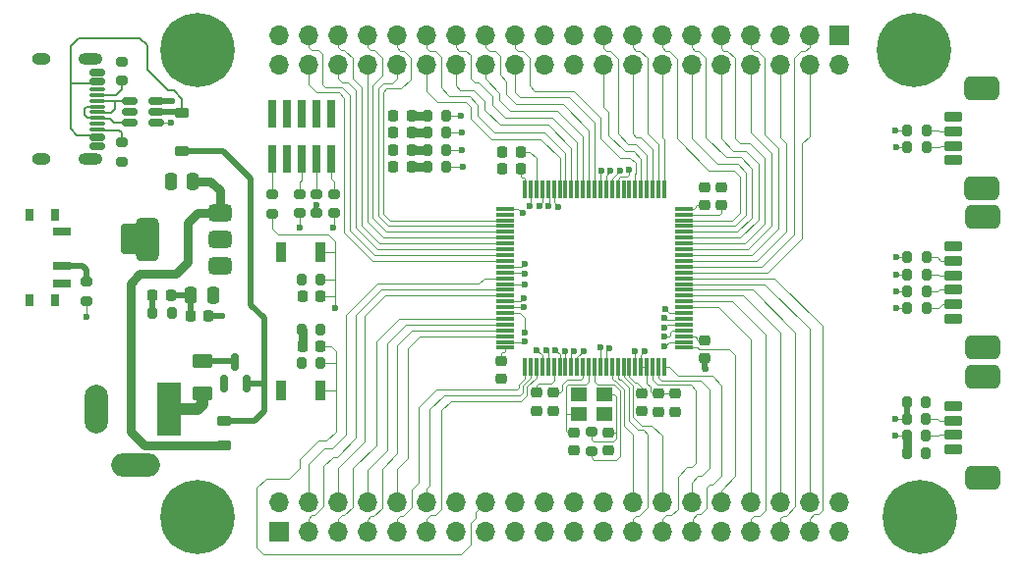
<source format=gbr>
%TF.GenerationSoftware,KiCad,Pcbnew,8.0.5*%
%TF.CreationDate,2024-10-15T23:52:28+04:00*%
%TF.ProjectId,AuroraF4,4175726f-7261-4463-942e-6b696361645f,v1.0.1*%
%TF.SameCoordinates,Original*%
%TF.FileFunction,Copper,L1,Top*%
%TF.FilePolarity,Positive*%
%FSLAX46Y46*%
G04 Gerber Fmt 4.6, Leading zero omitted, Abs format (unit mm)*
G04 Created by KiCad (PCBNEW 8.0.5) date 2024-10-15 23:52:28*
%MOMM*%
%LPD*%
G01*
G04 APERTURE LIST*
G04 Aperture macros list*
%AMRoundRect*
0 Rectangle with rounded corners*
0 $1 Rounding radius*
0 $2 $3 $4 $5 $6 $7 $8 $9 X,Y pos of 4 corners*
0 Add a 4 corners polygon primitive as box body*
4,1,4,$2,$3,$4,$5,$6,$7,$8,$9,$2,$3,0*
0 Add four circle primitives for the rounded corners*
1,1,$1+$1,$2,$3*
1,1,$1+$1,$4,$5*
1,1,$1+$1,$6,$7*
1,1,$1+$1,$8,$9*
0 Add four rect primitives between the rounded corners*
20,1,$1+$1,$2,$3,$4,$5,0*
20,1,$1+$1,$4,$5,$6,$7,0*
20,1,$1+$1,$6,$7,$8,$9,0*
20,1,$1+$1,$8,$9,$2,$3,0*%
G04 Aperture macros list end*
%TA.AperFunction,SMDPad,CuDef*%
%ADD10R,0.900000X1.700000*%
%TD*%
%TA.AperFunction,SMDPad,CuDef*%
%ADD11RoundRect,0.200000X-0.200000X-0.275000X0.200000X-0.275000X0.200000X0.275000X-0.200000X0.275000X0*%
%TD*%
%TA.AperFunction,SMDPad,CuDef*%
%ADD12RoundRect,0.200000X0.200000X0.275000X-0.200000X0.275000X-0.200000X-0.275000X0.200000X-0.275000X0*%
%TD*%
%TA.AperFunction,SMDPad,CuDef*%
%ADD13RoundRect,0.225000X0.225000X0.250000X-0.225000X0.250000X-0.225000X-0.250000X0.225000X-0.250000X0*%
%TD*%
%TA.AperFunction,SMDPad,CuDef*%
%ADD14R,0.740000X2.400000*%
%TD*%
%TA.AperFunction,SMDPad,CuDef*%
%ADD15RoundRect,0.200000X0.600000X0.200000X-0.600000X0.200000X-0.600000X-0.200000X0.600000X-0.200000X0*%
%TD*%
%TA.AperFunction,SMDPad,CuDef*%
%ADD16RoundRect,0.525000X-0.975000X-0.525000X0.975000X-0.525000X0.975000X0.525000X-0.975000X0.525000X0*%
%TD*%
%TA.AperFunction,SMDPad,CuDef*%
%ADD17RoundRect,0.200000X-0.275000X0.200000X-0.275000X-0.200000X0.275000X-0.200000X0.275000X0.200000X0*%
%TD*%
%TA.AperFunction,SMDPad,CuDef*%
%ADD18R,0.800000X1.000000*%
%TD*%
%TA.AperFunction,SMDPad,CuDef*%
%ADD19R,1.500000X0.700000*%
%TD*%
%TA.AperFunction,SMDPad,CuDef*%
%ADD20RoundRect,0.250000X-0.250000X-0.475000X0.250000X-0.475000X0.250000X0.475000X-0.250000X0.475000X0*%
%TD*%
%TA.AperFunction,SMDPad,CuDef*%
%ADD21RoundRect,0.218750X-0.218750X-0.256250X0.218750X-0.256250X0.218750X0.256250X-0.218750X0.256250X0*%
%TD*%
%TA.AperFunction,SMDPad,CuDef*%
%ADD22RoundRect,0.225000X0.375000X-0.225000X0.375000X0.225000X-0.375000X0.225000X-0.375000X-0.225000X0*%
%TD*%
%TA.AperFunction,ComponentPad*%
%ADD23R,2.000000X4.600000*%
%TD*%
%TA.AperFunction,ComponentPad*%
%ADD24O,2.000000X4.200000*%
%TD*%
%TA.AperFunction,ComponentPad*%
%ADD25O,4.200000X2.000000*%
%TD*%
%TA.AperFunction,SMDPad,CuDef*%
%ADD26RoundRect,0.225000X0.250000X-0.225000X0.250000X0.225000X-0.250000X0.225000X-0.250000X-0.225000X0*%
%TD*%
%TA.AperFunction,ComponentPad*%
%ADD27C,0.800000*%
%TD*%
%TA.AperFunction,ComponentPad*%
%ADD28C,6.400000*%
%TD*%
%TA.AperFunction,SMDPad,CuDef*%
%ADD29RoundRect,0.225000X-0.250000X0.225000X-0.250000X-0.225000X0.250000X-0.225000X0.250000X0.225000X0*%
%TD*%
%TA.AperFunction,ComponentPad*%
%ADD30R,1.700000X1.700000*%
%TD*%
%TA.AperFunction,ComponentPad*%
%ADD31O,1.700000X1.700000*%
%TD*%
%TA.AperFunction,SMDPad,CuDef*%
%ADD32RoundRect,0.250000X0.250000X0.475000X-0.250000X0.475000X-0.250000X-0.475000X0.250000X-0.475000X0*%
%TD*%
%TA.AperFunction,SMDPad,CuDef*%
%ADD33RoundRect,0.218750X-0.381250X0.218750X-0.381250X-0.218750X0.381250X-0.218750X0.381250X0.218750X0*%
%TD*%
%TA.AperFunction,SMDPad,CuDef*%
%ADD34RoundRect,0.200000X0.275000X-0.200000X0.275000X0.200000X-0.275000X0.200000X-0.275000X-0.200000X0*%
%TD*%
%TA.AperFunction,SMDPad,CuDef*%
%ADD35R,1.400000X1.200000*%
%TD*%
%TA.AperFunction,SMDPad,CuDef*%
%ADD36RoundRect,0.375000X0.625000X0.375000X-0.625000X0.375000X-0.625000X-0.375000X0.625000X-0.375000X0*%
%TD*%
%TA.AperFunction,SMDPad,CuDef*%
%ADD37RoundRect,0.500000X0.500000X1.400000X-0.500000X1.400000X-0.500000X-1.400000X0.500000X-1.400000X0*%
%TD*%
%TA.AperFunction,SMDPad,CuDef*%
%ADD38RoundRect,0.150000X-0.512500X-0.150000X0.512500X-0.150000X0.512500X0.150000X-0.512500X0.150000X0*%
%TD*%
%TA.AperFunction,SMDPad,CuDef*%
%ADD39RoundRect,0.250000X0.625000X-0.375000X0.625000X0.375000X-0.625000X0.375000X-0.625000X-0.375000X0*%
%TD*%
%TA.AperFunction,SMDPad,CuDef*%
%ADD40RoundRect,0.150000X0.150000X-0.587500X0.150000X0.587500X-0.150000X0.587500X-0.150000X-0.587500X0*%
%TD*%
%TA.AperFunction,SMDPad,CuDef*%
%ADD41RoundRect,0.075000X0.725000X-0.075000X0.725000X0.075000X-0.725000X0.075000X-0.725000X-0.075000X0*%
%TD*%
%TA.AperFunction,SMDPad,CuDef*%
%ADD42RoundRect,0.075000X0.075000X-0.725000X0.075000X0.725000X-0.075000X0.725000X-0.075000X-0.725000X0*%
%TD*%
%TA.AperFunction,SMDPad,CuDef*%
%ADD43RoundRect,0.150000X-0.500000X0.150000X-0.500000X-0.150000X0.500000X-0.150000X0.500000X0.150000X0*%
%TD*%
%TA.AperFunction,SMDPad,CuDef*%
%ADD44RoundRect,0.075000X-0.575000X0.075000X-0.575000X-0.075000X0.575000X-0.075000X0.575000X0.075000X0*%
%TD*%
%TA.AperFunction,ComponentPad*%
%ADD45O,2.100000X1.000000*%
%TD*%
%TA.AperFunction,ComponentPad*%
%ADD46O,1.600000X1.000000*%
%TD*%
%TA.AperFunction,ViaPad*%
%ADD47C,0.600000*%
%TD*%
%TA.AperFunction,Conductor*%
%ADD48C,0.126000*%
%TD*%
%TA.AperFunction,Conductor*%
%ADD49C,0.500000*%
%TD*%
%TA.AperFunction,Conductor*%
%ADD50C,0.750000*%
%TD*%
%TA.AperFunction,Conductor*%
%ADD51C,0.200000*%
%TD*%
%TA.AperFunction,Conductor*%
%ADD52C,1.000000*%
%TD*%
G04 APERTURE END LIST*
D10*
%TO.P,USR,1,1*%
%TO.N,GND*%
X120830000Y-108140000D03*
%TO.P,USR,2,2*%
%TO.N,PC13*%
X124230000Y-108140000D03*
%TD*%
%TO.P,RST,1,1*%
%TO.N,GND*%
X120830000Y-96170000D03*
%TO.P,RST,2,2*%
%TO.N,NRST*%
X124230000Y-96170000D03*
%TD*%
D11*
%TO.P,R6,1*%
%TO.N,Net-(C18-Pad2)*%
X122625000Y-102830000D03*
%TO.P,R6,2*%
%TO.N,GND*%
X124275000Y-102830000D03*
%TD*%
D12*
%TO.P,R5,2*%
%TO.N,+3.3V*%
X122625000Y-105750000D03*
%TO.P,R5,1*%
%TO.N,PC13*%
X124275000Y-105750000D03*
%TD*%
%TO.P,R4,1*%
%TO.N,NRST*%
X124275000Y-98560000D03*
%TO.P,R4,2*%
%TO.N,+3.3V*%
X122625000Y-98560000D03*
%TD*%
D13*
%TO.P,C18,1*%
%TO.N,PC13*%
X124225000Y-104290000D03*
%TO.P,C18,2*%
%TO.N,Net-(C18-Pad2)*%
X122675000Y-104290000D03*
%TD*%
%TO.P,C17,1*%
%TO.N,NRST*%
X124225000Y-100020000D03*
%TO.P,C17,2*%
%TO.N,GND*%
X122675000Y-100020000D03*
%TD*%
D14*
%TO.P,J2,10,Pin_10*%
%TO.N,Net-(J2-Pin_10)*%
X120070000Y-88160000D03*
%TO.P,J2,9,Pin_9*%
%TO.N,GND*%
X120070000Y-84260000D03*
%TO.P,J2,8,Pin_8*%
%TO.N,unconnected-(J2-Pin_8-Pad8)*%
X121340000Y-88160000D03*
%TO.P,J2,7,Pin_7*%
%TO.N,unconnected-(J2-Pin_7-Pad7)*%
X121340000Y-84260000D03*
%TO.P,J2,6,Pin_6*%
%TO.N,Net-(J2-Pin_6)*%
X122610000Y-88160000D03*
%TO.P,J2,5,Pin_5*%
%TO.N,GND*%
X122610000Y-84260000D03*
%TO.P,J2,4,Pin_4*%
%TO.N,Net-(J2-Pin_4)*%
X123880000Y-88160000D03*
%TO.P,J2,3,Pin_3*%
%TO.N,GND*%
X123880000Y-84260000D03*
%TO.P,J2,2,Pin_2*%
%TO.N,Net-(J2-Pin_2)*%
X125150000Y-88160000D03*
%TO.P,J2,1,Pin_1*%
%TO.N,+3.3V*%
X125150000Y-84260000D03*
%TD*%
D15*
%TO.P,J3,1,Pin_1*%
%TO.N,+3.3V*%
X178790000Y-113200000D03*
%TO.P,J3,2,Pin_2*%
%TO.N,Net-(J3-Pin_2)*%
X178790000Y-111950000D03*
%TO.P,J3,3,Pin_3*%
%TO.N,Net-(J3-Pin_3)*%
X178790000Y-110700000D03*
%TO.P,J3,4,Pin_4*%
%TO.N,GND*%
X178790000Y-109450000D03*
D16*
%TO.P,J3,SP*%
%TO.N,N/C*%
X181290000Y-106950000D03*
X181290000Y-115650000D03*
%TD*%
D15*
%TO.P,J1,1,Pin_1*%
%TO.N,+3.3V*%
X178780000Y-101920000D03*
%TO.P,J1,2,Pin_2*%
%TO.N,Net-(J1-Pin_2)*%
X178780000Y-100670000D03*
%TO.P,J1,3,Pin_3*%
%TO.N,Net-(J1-Pin_3)*%
X178780000Y-99420000D03*
%TO.P,J1,4,Pin_4*%
%TO.N,Net-(J1-Pin_4)*%
X178780000Y-98170000D03*
%TO.P,J1,5,Pin_5*%
%TO.N,Net-(J1-Pin_5)*%
X178780000Y-96920000D03*
%TO.P,J1,6,Pin_6*%
%TO.N,GND*%
X178780000Y-95670000D03*
D16*
%TO.P,J1,SP*%
%TO.N,N/C*%
X181280000Y-93170000D03*
X181280000Y-104420000D03*
%TD*%
D12*
%TO.P,R27,1*%
%TO.N,LED_GREEN*%
X135080000Y-88790000D03*
%TO.P,R27,2*%
%TO.N,Net-(D4-A)*%
X133430000Y-88790000D03*
%TD*%
%TO.P,R26,1*%
%TO.N,LED_YELLOW*%
X135080000Y-87330000D03*
%TO.P,R26,2*%
%TO.N,Net-(D3-A)*%
X133430000Y-87330000D03*
%TD*%
%TO.P,R25,1*%
%TO.N,LED_RED*%
X135080000Y-85870000D03*
%TO.P,R25,2*%
%TO.N,Net-(D2-A)*%
X133430000Y-85870000D03*
%TD*%
%TO.P,R24,1*%
%TO.N,LED_BLUE*%
X135080000Y-84410000D03*
%TO.P,R24,2*%
%TO.N,Net-(D1-A)*%
X133430000Y-84410000D03*
%TD*%
D17*
%TO.P,R8,2*%
%TO.N,SWCLK*%
X123930000Y-92825000D03*
%TO.P,R8,1*%
%TO.N,Net-(J2-Pin_4)*%
X123930000Y-91175000D03*
%TD*%
D18*
%TO.P,BOOT1,*%
%TO.N,*%
X101350000Y-93000000D03*
X99140000Y-93000000D03*
X101350000Y-100300000D03*
X99140000Y-100300000D03*
D19*
%TO.P,BOOT1,1,A*%
%TO.N,+3.3V*%
X102000000Y-94400000D03*
%TO.P,BOOT1,2,B*%
%TO.N,Net-(BOOT1-B)*%
X102000000Y-97400000D03*
%TO.P,BOOT1,3,C*%
%TO.N,GND*%
X102000000Y-98900000D03*
%TD*%
D20*
%TO.P,C15,2*%
%TO.N,GND*%
X114990000Y-99940000D03*
%TO.P,C15,1*%
%TO.N,+3.3V*%
X113090000Y-99940000D03*
%TD*%
D17*
%TO.P,R17,1*%
%TO.N,GND*%
X107117500Y-79712500D03*
%TO.P,R17,2*%
%TO.N,Net-(J5-CC1)*%
X107117500Y-81362500D03*
%TD*%
D21*
%TO.P,D4,2,A*%
%TO.N,Net-(D4-A)*%
X132077500Y-88790000D03*
%TO.P,D4,1,K*%
%TO.N,GND*%
X130502500Y-88790000D03*
%TD*%
D22*
%TO.P,D6,1,K*%
%TO.N,Net-(D6-K)*%
X112330000Y-87430000D03*
%TO.P,D6,2,A*%
%TO.N,+5V*%
X112330000Y-84130000D03*
%TD*%
D17*
%TO.P,R9,2*%
%TO.N,SWO*%
X122470000Y-92810000D03*
%TO.P,R9,1*%
%TO.N,Net-(J2-Pin_6)*%
X122470000Y-91160000D03*
%TD*%
D21*
%TO.P,L1,2*%
%TO.N,+3.3VA*%
X114607500Y-101650000D03*
%TO.P,L1,1*%
%TO.N,+3.3V*%
X113032500Y-101650000D03*
%TD*%
D23*
%TO.P,POWER,1*%
%TO.N,+12V*%
X111220000Y-109760000D03*
D24*
%TO.P,POWER,2*%
%TO.N,GND*%
X104920000Y-109760000D03*
D25*
%TO.P,POWER,3*%
%TO.N,N/C*%
X108320000Y-114560000D03*
%TD*%
D26*
%TO.P,C6,1*%
%TO.N,+3.3V*%
X157330000Y-92105000D03*
%TO.P,C6,2*%
%TO.N,GND*%
X157330000Y-90555000D03*
%TD*%
D11*
%TO.P,R12,1*%
%TO.N,I2C1_SDA*%
X174750000Y-113500000D03*
%TO.P,R12,2*%
%TO.N,+3.3V*%
X176400000Y-113500000D03*
%TD*%
D27*
%TO.P,H4,1,1*%
%TO.N,GND*%
X116020000Y-119015000D03*
X115317056Y-120712056D03*
X115317056Y-117317944D03*
X113620000Y-121415000D03*
D28*
X113620000Y-119015000D03*
D27*
X113620000Y-116615000D03*
X111922944Y-120712056D03*
X111922944Y-117317944D03*
X111220000Y-119015000D03*
%TD*%
D29*
%TO.P,C9,2*%
%TO.N,GND*%
X142830000Y-109865000D03*
%TO.P,C9,1*%
%TO.N,+3.3V*%
X142830000Y-108315000D03*
%TD*%
%TO.P,C12,2*%
%TO.N,GND*%
X149040000Y-113290000D03*
%TO.P,C12,1*%
%TO.N,Net-(C12-Pad1)*%
X149040000Y-111740000D03*
%TD*%
D30*
%TO.P,J9,1,Pin_1*%
%TO.N,GND*%
X168920000Y-77457056D03*
D31*
%TO.P,J9,2,Pin_2*%
%TO.N,+3.3V*%
X168920000Y-79997056D03*
%TO.P,J9,3,Pin_3*%
%TO.N,PE9*%
X166380000Y-77457056D03*
%TO.P,J9,4,Pin_4*%
%TO.N,PE8*%
X166380000Y-79997056D03*
%TO.P,J9,5,Pin_5*%
%TO.N,+3.3V*%
X163840000Y-77457056D03*
%TO.P,J9,6,Pin_6*%
%TO.N,PE10*%
X163840000Y-79997056D03*
%TO.P,J9,7,Pin_7*%
%TO.N,PE11*%
X161300000Y-77457056D03*
%TO.P,J9,8,Pin_8*%
%TO.N,PE12*%
X161300000Y-79997056D03*
%TO.P,J9,9,Pin_9*%
%TO.N,PE13*%
X158760000Y-77457056D03*
%TO.P,J9,10,Pin_10*%
%TO.N,PE14*%
X158760000Y-79997056D03*
%TO.P,J9,11,Pin_11*%
%TO.N,PE15*%
X156220000Y-77457056D03*
%TO.P,J9,12,Pin_12*%
%TO.N,PB10*%
X156220000Y-79997056D03*
%TO.P,J9,13,Pin_13*%
%TO.N,PB11*%
X153680000Y-77457056D03*
%TO.P,J9,14,Pin_14*%
%TO.N,PB12*%
X153680000Y-79997056D03*
%TO.P,J9,15,Pin_15*%
%TO.N,PB13*%
X151140000Y-77457056D03*
%TO.P,J9,16,Pin_16*%
%TO.N,PB14*%
X151140000Y-79997056D03*
%TO.P,J9,17,Pin_17*%
%TO.N,PB15*%
X148600000Y-77457056D03*
%TO.P,J9,18,Pin_18*%
%TO.N,PD8*%
X148600000Y-79997056D03*
%TO.P,J9,19,Pin_19*%
%TO.N,GND*%
X146060000Y-77457056D03*
%TO.P,J9,20,Pin_20*%
X146060000Y-79997056D03*
%TO.P,J9,21,Pin_21*%
X143520000Y-77457056D03*
%TO.P,J9,22,Pin_22*%
X143520000Y-79997056D03*
%TO.P,J9,23,Pin_23*%
%TO.N,PD9*%
X140980000Y-77457056D03*
%TO.P,J9,24,Pin_24*%
%TO.N,PC6*%
X140980000Y-79997056D03*
%TO.P,J9,25,Pin_25*%
%TO.N,PC7*%
X138440000Y-77457056D03*
%TO.P,J9,26,Pin_26*%
%TO.N,PC8*%
X138440000Y-79997056D03*
%TO.P,J9,27,Pin_27*%
%TO.N,PC9*%
X135900000Y-77457056D03*
%TO.P,J9,28,Pin_28*%
%TO.N,PA8*%
X135900000Y-79997056D03*
%TO.P,J9,29,Pin_29*%
%TO.N,PA9*%
X133360000Y-77457056D03*
%TO.P,J9,30,Pin_30*%
%TO.N,PA10*%
X133360000Y-79997056D03*
%TO.P,J9,31,Pin_31*%
%TO.N,PC10*%
X130820000Y-77457056D03*
%TO.P,J9,32,Pin_32*%
%TO.N,PC11*%
X130820000Y-79997056D03*
%TO.P,J9,33,Pin_33*%
%TO.N,PC12*%
X128280000Y-77457056D03*
%TO.P,J9,34,Pin_34*%
%TO.N,PD0*%
X128280000Y-79997056D03*
%TO.P,J9,35,Pin_35*%
%TO.N,PD1*%
X125740000Y-77457056D03*
%TO.P,J9,36,Pin_36*%
%TO.N,PD2*%
X125740000Y-79997056D03*
%TO.P,J9,37,Pin_37*%
%TO.N,PD3*%
X123200000Y-77457056D03*
%TO.P,J9,38,Pin_38*%
%TO.N,PD4*%
X123200000Y-79997056D03*
%TO.P,J9,39,Pin_39*%
%TO.N,GND*%
X120660000Y-77457056D03*
%TO.P,J9,40,Pin_40*%
X120660000Y-79997056D03*
%TD*%
D32*
%TO.P,C14,1*%
%TO.N,Net-(U4-VI)*%
X113260000Y-90050000D03*
%TO.P,C14,2*%
%TO.N,GND*%
X111360000Y-90050000D03*
%TD*%
D33*
%TO.P,FB1,1*%
%TO.N,Net-(D6-K)*%
X115980000Y-110735000D03*
%TO.P,FB1,2*%
%TO.N,Net-(U4-VI)*%
X115980000Y-112860000D03*
%TD*%
D17*
%TO.P,R10,2*%
%TO.N,NRST*%
X120080000Y-92835000D03*
%TO.P,R10,1*%
%TO.N,Net-(J2-Pin_10)*%
X120080000Y-91185000D03*
%TD*%
D21*
%TO.P,D5,2,A*%
%TO.N,+3.3V*%
X111377500Y-99940000D03*
%TO.P,D5,1,K*%
%TO.N,Net-(D5-K)*%
X109802500Y-99940000D03*
%TD*%
D12*
%TO.P,R16,1*%
%TO.N,Net-(J4-Pin_2)*%
X176455000Y-87110000D03*
%TO.P,R16,2*%
%TO.N,USART2_RX*%
X174805000Y-87110000D03*
%TD*%
D11*
%TO.P,R11,2*%
%TO.N,+3.3V*%
X176405000Y-109110000D03*
%TO.P,R11,1*%
%TO.N,I2C1_SCL*%
X174755000Y-109110000D03*
%TD*%
D17*
%TO.P,R7,2*%
%TO.N,SWDIO*%
X125400000Y-92825000D03*
%TO.P,R7,1*%
%TO.N,Net-(J2-Pin_2)*%
X125400000Y-91175000D03*
%TD*%
D12*
%TO.P,R19,2*%
%TO.N,Net-(D5-K)*%
X109765000Y-101400000D03*
%TO.P,R19,1*%
%TO.N,GND*%
X111415000Y-101400000D03*
%TD*%
D30*
%TO.P,J7,1,Pin_1*%
%TO.N,+3.3V*%
X120670000Y-120290000D03*
D31*
%TO.P,J7,2,Pin_2*%
%TO.N,GND*%
X120670000Y-117750000D03*
%TO.P,J7,3,Pin_3*%
%TO.N,PB4*%
X123210000Y-120290000D03*
%TO.P,J7,4,Pin_4*%
%TO.N,PD7*%
X123210000Y-117750000D03*
%TO.P,J7,5,Pin_5*%
%TO.N,PB8*%
X125750000Y-120290000D03*
%TO.P,J7,6,Pin_6*%
%TO.N,PB5*%
X125750000Y-117750000D03*
%TO.P,J7,7,Pin_7*%
%TO.N,PE0*%
X128290000Y-120290000D03*
%TO.P,J7,8,Pin_8*%
%TO.N,PB9*%
X128290000Y-117750000D03*
%TO.P,J7,9,Pin_9*%
%TO.N,PE2*%
X130830000Y-120290000D03*
%TO.P,J7,10,Pin_10*%
%TO.N,PE1*%
X130830000Y-117750000D03*
%TO.P,J7,11,Pin_11*%
%TO.N,PE4*%
X133370000Y-120290000D03*
%TO.P,J7,12,Pin_12*%
%TO.N,PE3*%
X133370000Y-117750000D03*
%TO.P,J7,13,Pin_13*%
%TO.N,PE6*%
X135910000Y-120290000D03*
%TO.P,J7,14,Pin_14*%
%TO.N,PE5*%
X135910000Y-117750000D03*
%TO.P,J7,15,Pin_15*%
%TO.N,PC14*%
X138450000Y-120290000D03*
%TO.P,J7,16,Pin_16*%
%TO.N,PC13*%
X138450000Y-117750000D03*
%TO.P,J7,17,Pin_17*%
%TO.N,PC0*%
X140990000Y-120290000D03*
%TO.P,J7,18,Pin_18*%
%TO.N,PC15*%
X140990000Y-117750000D03*
%TO.P,J7,19,Pin_19*%
%TO.N,GND*%
X143530000Y-120290000D03*
%TO.P,J7,20,Pin_20*%
X143530000Y-117750000D03*
%TO.P,J7,21,Pin_21*%
X146070000Y-120290000D03*
%TO.P,J7,22,Pin_22*%
X146070000Y-117750000D03*
%TO.P,J7,23,Pin_23*%
X148610000Y-120290000D03*
%TO.P,J7,24,Pin_24*%
X148610000Y-117750000D03*
%TO.P,J7,25,Pin_25*%
%TO.N,PC2*%
X151150000Y-120290000D03*
%TO.P,J7,26,Pin_26*%
%TO.N,PC1*%
X151150000Y-117750000D03*
%TO.P,J7,27,Pin_27*%
%TO.N,PA0*%
X153690000Y-120290000D03*
%TO.P,J7,28,Pin_28*%
%TO.N,PC3*%
X153690000Y-117750000D03*
%TO.P,J7,29,Pin_29*%
%TO.N,PA2*%
X156230000Y-120290000D03*
%TO.P,J7,30,Pin_30*%
%TO.N,PA1*%
X156230000Y-117750000D03*
%TO.P,J7,31,Pin_31*%
%TO.N,PA4*%
X158770000Y-120290000D03*
%TO.P,J7,32,Pin_32*%
%TO.N,PA3*%
X158770000Y-117750000D03*
%TO.P,J7,33,Pin_33*%
%TO.N,PC5*%
X161310000Y-120290000D03*
%TO.P,J7,34,Pin_34*%
%TO.N,PC4*%
X161310000Y-117750000D03*
%TO.P,J7,35,Pin_35*%
%TO.N,PB1*%
X163850000Y-120290000D03*
%TO.P,J7,36,Pin_36*%
%TO.N,PB0*%
X163850000Y-117750000D03*
%TO.P,J7,37,Pin_37*%
%TO.N,PE7*%
X166390000Y-120290000D03*
%TO.P,J7,38,Pin_38*%
%TO.N,PB2*%
X166390000Y-117750000D03*
%TO.P,J7,39,Pin_39*%
%TO.N,GND*%
X168930000Y-120290000D03*
%TO.P,J7,40,Pin_40*%
X168930000Y-117750000D03*
%TD*%
D27*
%TO.P,H2,1,1*%
%TO.N,GND*%
X173000000Y-78732056D03*
X173702944Y-77035000D03*
X173702944Y-80429112D03*
X175400000Y-76332056D03*
D28*
X175400000Y-78732056D03*
D27*
X175400000Y-81132056D03*
X177097056Y-77035000D03*
X177097056Y-80429112D03*
X177800000Y-78732056D03*
%TD*%
D29*
%TO.P,C11,2*%
%TO.N,GND*%
X154840000Y-109940000D03*
%TO.P,C11,1*%
%TO.N,+3.3VA*%
X154840000Y-108390000D03*
%TD*%
D21*
%TO.P,D3,2,A*%
%TO.N,Net-(D3-A)*%
X132077500Y-87330000D03*
%TO.P,D3,1,K*%
%TO.N,GND*%
X130502500Y-87330000D03*
%TD*%
D29*
%TO.P,C10,1*%
%TO.N,+3.3VA*%
X153370000Y-108390000D03*
%TO.P,C10,2*%
%TO.N,GND*%
X153370000Y-109940000D03*
%TD*%
D34*
%TO.P,R18,1*%
%TO.N,GND*%
X107117500Y-88367500D03*
%TO.P,R18,2*%
%TO.N,Net-(J5-CC2)*%
X107117500Y-86717500D03*
%TD*%
D12*
%TO.P,R20,1*%
%TO.N,Net-(J1-Pin_4)*%
X176465000Y-98090000D03*
%TO.P,R20,2*%
%TO.N,SPI1_MOSI*%
X174815000Y-98090000D03*
%TD*%
D34*
%TO.P,R1,1*%
%TO.N,BOOT0*%
X104100000Y-100405000D03*
%TO.P,R1,2*%
%TO.N,Net-(BOOT1-B)*%
X104100000Y-98755000D03*
%TD*%
D35*
%TO.P,Y1,1,1*%
%TO.N,HSE_IN*%
X146480000Y-110180000D03*
%TO.P,Y1,2,2*%
%TO.N,GND*%
X148680000Y-110180000D03*
%TO.P,Y1,3,3*%
%TO.N,Net-(C12-Pad1)*%
X148680000Y-108480000D03*
%TO.P,Y1,4,4*%
%TO.N,GND*%
X146480000Y-108480000D03*
%TD*%
D21*
%TO.P,D1,2,A*%
%TO.N,Net-(D1-A)*%
X132082500Y-84410000D03*
%TO.P,D1,1,K*%
%TO.N,GND*%
X130507500Y-84410000D03*
%TD*%
D36*
%TO.P,U4,1,GND*%
%TO.N,GND*%
X115610000Y-97350000D03*
%TO.P,U4,2,VO*%
%TO.N,+3.3V*%
X115610000Y-95050000D03*
D37*
X109310000Y-95050000D03*
D36*
%TO.P,U4,3,VI*%
%TO.N,Net-(U4-VI)*%
X115610000Y-92750000D03*
%TD*%
D12*
%TO.P,R13,1*%
%TO.N,Net-(J1-Pin_2)*%
X176465000Y-101010000D03*
%TO.P,R13,2*%
%TO.N,SPI1_SCK*%
X174815000Y-101010000D03*
%TD*%
D27*
%TO.P,H1,1,1*%
%TO.N,GND*%
X111220000Y-78732056D03*
X111922944Y-77035000D03*
X111922944Y-80429112D03*
X113620000Y-76332056D03*
D28*
X113620000Y-78732056D03*
D27*
X113620000Y-81132056D03*
X115317056Y-77035000D03*
X115317056Y-80429112D03*
X116020000Y-78732056D03*
%TD*%
D13*
%TO.P,C5,1*%
%TO.N,+3.3V*%
X141470000Y-88970000D03*
%TO.P,C5,2*%
%TO.N,GND*%
X139920000Y-88970000D03*
%TD*%
D12*
%TO.P,R14,1*%
%TO.N,Net-(J1-Pin_3)*%
X176465000Y-99550000D03*
%TO.P,R14,2*%
%TO.N,SPI1_MISO*%
X174815000Y-99550000D03*
%TD*%
D38*
%TO.P,U3,1,I/O1*%
%TO.N,USB_CONN_D-*%
X107850000Y-83097500D03*
%TO.P,U3,2,GND*%
%TO.N,GND*%
X107850000Y-84047500D03*
%TO.P,U3,3,I/O2*%
%TO.N,USB_CONN_D+*%
X107850000Y-84997500D03*
%TO.P,U3,4,I/O2*%
%TO.N,USB_D+*%
X110125000Y-84997500D03*
%TO.P,U3,5,VBUS*%
%TO.N,+5V*%
X110125000Y-84047500D03*
%TO.P,U3,6,I/O1*%
%TO.N,USB_D-*%
X110125000Y-83097500D03*
%TD*%
D39*
%TO.P,F1,1*%
%TO.N,+12V*%
X114060000Y-108400000D03*
%TO.P,F1,2*%
%TO.N,Net-(Q1-D)*%
X114060000Y-105600000D03*
%TD*%
D17*
%TO.P,R2,2*%
%TO.N,HSE_OUT*%
X147580000Y-113340000D03*
%TO.P,R2,1*%
%TO.N,Net-(C12-Pad1)*%
X147580000Y-111690000D03*
%TD*%
D29*
%TO.P,C13,2*%
%TO.N,GND*%
X146110000Y-113295000D03*
%TO.P,C13,1*%
%TO.N,HSE_IN*%
X146110000Y-111745000D03*
%TD*%
%TO.P,C7,1*%
%TO.N,+3.3V*%
X157380000Y-103795000D03*
%TO.P,C7,2*%
%TO.N,GND*%
X157380000Y-105345000D03*
%TD*%
D12*
%TO.P,R15,1*%
%TO.N,Net-(J4-Pin_3)*%
X176450000Y-85650000D03*
%TO.P,R15,2*%
%TO.N,USART2_TX*%
X174800000Y-85650000D03*
%TD*%
D40*
%TO.P,Q1,1,G*%
%TO.N,GND*%
X115950000Y-107557500D03*
%TO.P,Q1,2,S*%
%TO.N,Net-(D6-K)*%
X117850000Y-107557500D03*
%TO.P,Q1,3,D*%
%TO.N,Net-(Q1-D)*%
X116900000Y-105682500D03*
%TD*%
D21*
%TO.P,D2,2,A*%
%TO.N,Net-(D2-A)*%
X132082500Y-85870000D03*
%TO.P,D2,1,K*%
%TO.N,GND*%
X130507500Y-85870000D03*
%TD*%
D12*
%TO.P,R22,1*%
%TO.N,Net-(J3-Pin_2)*%
X176400000Y-112035000D03*
%TO.P,R22,2*%
%TO.N,I2C1_SDA*%
X174750000Y-112035000D03*
%TD*%
D29*
%TO.P,C8,1*%
%TO.N,+3.3V*%
X151910000Y-108385000D03*
%TO.P,C8,2*%
%TO.N,GND*%
X151910000Y-109935000D03*
%TD*%
D26*
%TO.P,C3,1*%
%TO.N,Net-(U1-VCAP_1)*%
X158790000Y-92105000D03*
%TO.P,C3,2*%
%TO.N,GND*%
X158790000Y-90555000D03*
%TD*%
D13*
%TO.P,C2,1*%
%TO.N,Net-(U1-VCAP_2)*%
X141470000Y-87510000D03*
%TO.P,C2,2*%
%TO.N,GND*%
X139920000Y-87510000D03*
%TD*%
D29*
%TO.P,C1,1*%
%TO.N,+3.3V*%
X144290000Y-108315000D03*
%TO.P,C1,2*%
%TO.N,GND*%
X144290000Y-109865000D03*
%TD*%
D12*
%TO.P,R23,1*%
%TO.N,Net-(J3-Pin_3)*%
X176405000Y-110575000D03*
%TO.P,R23,2*%
%TO.N,I2C1_SCL*%
X174755000Y-110575000D03*
%TD*%
D27*
%TO.P,H3,1,1*%
%TO.N,GND*%
X178300000Y-119000000D03*
X177597056Y-120697056D03*
X177597056Y-117302944D03*
X175900000Y-121400000D03*
D28*
X175900000Y-119000000D03*
D27*
X175900000Y-116600000D03*
X174202944Y-120697056D03*
X174202944Y-117302944D03*
X173500000Y-119000000D03*
%TD*%
D12*
%TO.P,R21,1*%
%TO.N,Net-(J1-Pin_5)*%
X176465000Y-96630000D03*
%TO.P,R21,2*%
%TO.N,SPI1_NSS*%
X174815000Y-96630000D03*
%TD*%
D29*
%TO.P,C4,1*%
%TO.N,+3.3V*%
X139820000Y-105565000D03*
%TO.P,C4,2*%
%TO.N,GND*%
X139820000Y-107115000D03*
%TD*%
D41*
%TO.P,U1,100,VDD*%
%TO.N,+3.3V*%
X140185000Y-104430000D03*
%TO.P,U1,99,VSS*%
%TO.N,GND*%
X140185000Y-103930000D03*
%TO.P,U1,98,PE1*%
%TO.N,PE1*%
X140185000Y-103430000D03*
%TO.P,U1,97,PE0*%
%TO.N,PE0*%
X140185000Y-102930000D03*
%TO.P,U1,96,PB9*%
%TO.N,PB9*%
X140185000Y-102430000D03*
%TO.P,U1,95,PB8*%
%TO.N,PB8*%
X140185000Y-101930000D03*
%TO.P,U1,94,BOOT0*%
%TO.N,BOOT0*%
X140185000Y-101430000D03*
%TO.P,U1,93,PB7*%
%TO.N,I2C1_SDA*%
X140185000Y-100930000D03*
%TO.P,U1,92,PB6*%
%TO.N,I2C1_SCL*%
X140185000Y-100430000D03*
%TO.P,U1,91,PB5*%
%TO.N,PB5*%
X140185000Y-99930000D03*
%TO.P,U1,90,PB4*%
%TO.N,PB4*%
X140185000Y-99430000D03*
%TO.P,U1,89,PB3*%
%TO.N,SWO*%
X140185000Y-98930000D03*
%TO.P,U1,88,PD7*%
%TO.N,PD7*%
X140185000Y-98430000D03*
%TO.P,U1,87,PD6*%
%TO.N,USART2_RX*%
X140185000Y-97930000D03*
%TO.P,U1,86,PD5*%
%TO.N,USART2_TX*%
X140185000Y-97430000D03*
%TO.P,U1,85,PD4*%
%TO.N,PD4*%
X140185000Y-96930000D03*
%TO.P,U1,84,PD3*%
%TO.N,PD3*%
X140185000Y-96430000D03*
%TO.P,U1,83,PD2*%
%TO.N,PD2*%
X140185000Y-95930000D03*
%TO.P,U1,82,PD1*%
%TO.N,PD1*%
X140185000Y-95430000D03*
%TO.P,U1,81,PD0*%
%TO.N,PD0*%
X140185000Y-94930000D03*
%TO.P,U1,80,PC12*%
%TO.N,PC12*%
X140185000Y-94430000D03*
%TO.P,U1,79,PC11*%
%TO.N,PC11*%
X140185000Y-93930000D03*
%TO.P,U1,78,PC10*%
%TO.N,PC10*%
X140185000Y-93430000D03*
%TO.P,U1,77,PA15*%
%TO.N,PA15*%
X140185000Y-92930000D03*
%TO.P,U1,76,PA14*%
%TO.N,SWCLK*%
X140185000Y-92430000D03*
D42*
%TO.P,U1,75,VDD*%
%TO.N,+3.3V*%
X141860000Y-90755000D03*
%TO.P,U1,74,VSS*%
%TO.N,GND*%
X142360000Y-90755000D03*
%TO.P,U1,73,VCAP_2*%
%TO.N,Net-(U1-VCAP_2)*%
X142860000Y-90755000D03*
%TO.P,U1,72,PA13*%
%TO.N,SWDIO*%
X143360000Y-90755000D03*
%TO.P,U1,71,PA12*%
%TO.N,USB_D+*%
X143860000Y-90755000D03*
%TO.P,U1,70,PA11*%
%TO.N,USB_D-*%
X144360000Y-90755000D03*
%TO.P,U1,69,PA10*%
%TO.N,PA10*%
X144860000Y-90755000D03*
%TO.P,U1,68,PA9*%
%TO.N,PA9*%
X145360000Y-90755000D03*
%TO.P,U1,67,PA8*%
%TO.N,PA8*%
X145860000Y-90755000D03*
%TO.P,U1,66,PC9*%
%TO.N,PC9*%
X146360000Y-90755000D03*
%TO.P,U1,65,PC8*%
%TO.N,PC8*%
X146860000Y-90755000D03*
%TO.P,U1,64,PC7*%
%TO.N,PC7*%
X147360000Y-90755000D03*
%TO.P,U1,63,PC6*%
%TO.N,PC6*%
X147860000Y-90755000D03*
%TO.P,U1,62,PD15*%
%TO.N,LED_GREEN*%
X148360000Y-90755000D03*
%TO.P,U1,61,PD14*%
%TO.N,LED_YELLOW*%
X148860000Y-90755000D03*
%TO.P,U1,60,PD13*%
%TO.N,LED_RED*%
X149360000Y-90755000D03*
%TO.P,U1,59,PD12*%
%TO.N,LED_BLUE*%
X149860000Y-90755000D03*
%TO.P,U1,58,PD11*%
%TO.N,PD11*%
X150360000Y-90755000D03*
%TO.P,U1,57,PD10*%
%TO.N,PD10*%
X150860000Y-90755000D03*
%TO.P,U1,56,PD9*%
%TO.N,PD9*%
X151360000Y-90755000D03*
%TO.P,U1,55,PD8*%
%TO.N,PD8*%
X151860000Y-90755000D03*
%TO.P,U1,54,PB15*%
%TO.N,PB15*%
X152360000Y-90755000D03*
%TO.P,U1,53,PB14*%
%TO.N,PB14*%
X152860000Y-90755000D03*
%TO.P,U1,52,PB13*%
%TO.N,PB13*%
X153360000Y-90755000D03*
%TO.P,U1,51,PB12*%
%TO.N,PB12*%
X153860000Y-90755000D03*
D41*
%TO.P,U1,50,VDD*%
%TO.N,+3.3V*%
X155535000Y-92430000D03*
%TO.P,U1,49,VCAP_1*%
%TO.N,Net-(U1-VCAP_1)*%
X155535000Y-92930000D03*
%TO.P,U1,48,PB11*%
%TO.N,PB11*%
X155535000Y-93430000D03*
%TO.P,U1,47,PB10*%
%TO.N,PB10*%
X155535000Y-93930000D03*
%TO.P,U1,46,PE15*%
%TO.N,PE15*%
X155535000Y-94430000D03*
%TO.P,U1,45,PE14*%
%TO.N,PE14*%
X155535000Y-94930000D03*
%TO.P,U1,44,PE13*%
%TO.N,PE13*%
X155535000Y-95430000D03*
%TO.P,U1,43,PE12*%
%TO.N,PE12*%
X155535000Y-95930000D03*
%TO.P,U1,42,PE11*%
%TO.N,PE11*%
X155535000Y-96430000D03*
%TO.P,U1,41,PE10*%
%TO.N,PE10*%
X155535000Y-96930000D03*
%TO.P,U1,40,PE9*%
%TO.N,PE9*%
X155535000Y-97430000D03*
%TO.P,U1,39,PE8*%
%TO.N,PE8*%
X155535000Y-97930000D03*
%TO.P,U1,38,PE7*%
%TO.N,PE7*%
X155535000Y-98430000D03*
%TO.P,U1,37,PB2*%
%TO.N,PB2*%
X155535000Y-98930000D03*
%TO.P,U1,36,PB1*%
%TO.N,PB1*%
X155535000Y-99430000D03*
%TO.P,U1,35,PB0*%
%TO.N,PB0*%
X155535000Y-99930000D03*
%TO.P,U1,34,PC5*%
%TO.N,PC5*%
X155535000Y-100430000D03*
%TO.P,U1,33,PC4*%
%TO.N,PC4*%
X155535000Y-100930000D03*
%TO.P,U1,32,PA7*%
%TO.N,SPI1_MOSI*%
X155535000Y-101430000D03*
%TO.P,U1,31,PA6*%
%TO.N,SPI1_MISO*%
X155535000Y-101930000D03*
%TO.P,U1,30,PA5*%
%TO.N,SPI1_SCK*%
X155535000Y-102430000D03*
%TO.P,U1,29,PA4*%
%TO.N,SPI1_NSS*%
X155535000Y-102930000D03*
%TO.P,U1,28,VDD*%
%TO.N,+3.3V*%
X155535000Y-103430000D03*
%TO.P,U1,27,VSS*%
%TO.N,GND*%
X155535000Y-103930000D03*
%TO.P,U1,26,PA3*%
%TO.N,PA3*%
X155535000Y-104430000D03*
D42*
%TO.P,U1,25,PA2*%
%TO.N,PA2*%
X153860000Y-106105000D03*
%TO.P,U1,24,PA1*%
%TO.N,PA1*%
X153360000Y-106105000D03*
%TO.P,U1,23,PA0*%
%TO.N,PA0*%
X152860000Y-106105000D03*
%TO.P,U1,22,VDDA*%
%TO.N,+3.3VA*%
X152360000Y-106105000D03*
%TO.P,U1,21,VREF+*%
X151860000Y-106105000D03*
%TO.P,U1,20,VSSA*%
%TO.N,GND*%
X151360000Y-106105000D03*
%TO.P,U1,19,VDD*%
%TO.N,+3.3V*%
X150860000Y-106105000D03*
%TO.P,U1,18,PC3*%
%TO.N,PC3*%
X150360000Y-106105000D03*
%TO.P,U1,17,PC2*%
%TO.N,PC2*%
X149860000Y-106105000D03*
%TO.P,U1,16,PC1*%
%TO.N,PC1*%
X149360000Y-106105000D03*
%TO.P,U1,15,PC0*%
%TO.N,PC0*%
X148860000Y-106105000D03*
%TO.P,U1,14,NRST*%
%TO.N,NRST*%
X148360000Y-106105000D03*
%TO.P,U1,13,PH1*%
%TO.N,HSE_OUT*%
X147860000Y-106105000D03*
%TO.P,U1,12,PH0*%
%TO.N,HSE_IN*%
X147360000Y-106105000D03*
%TO.P,U1,11,VDD*%
%TO.N,+3.3V*%
X146860000Y-106105000D03*
%TO.P,U1,10,VSS*%
%TO.N,GND*%
X146360000Y-106105000D03*
%TO.P,U1,9,PC15*%
%TO.N,PC15*%
X145860000Y-106105000D03*
%TO.P,U1,8,PC14*%
%TO.N,PC14*%
X145360000Y-106105000D03*
%TO.P,U1,7,PC13*%
%TO.N,PC13*%
X144860000Y-106105000D03*
%TO.P,U1,6,VBAT*%
%TO.N,+3.3V*%
X144360000Y-106105000D03*
%TO.P,U1,5,PE6*%
%TO.N,PE6*%
X143860000Y-106105000D03*
%TO.P,U1,4,PE5*%
%TO.N,PE5*%
X143360000Y-106105000D03*
%TO.P,U1,3,PE4*%
%TO.N,PE4*%
X142860000Y-106105000D03*
%TO.P,U1,2,PE3*%
%TO.N,PE3*%
X142360000Y-106105000D03*
%TO.P,U1,1,PE2*%
%TO.N,PE2*%
X141860000Y-106105000D03*
%TD*%
D15*
%TO.P,J4,1,Pin_1*%
%TO.N,+3.3V*%
X178745000Y-88250000D03*
%TO.P,J4,2,Pin_2*%
%TO.N,Net-(J4-Pin_2)*%
X178745000Y-87000000D03*
%TO.P,J4,3,Pin_3*%
%TO.N,Net-(J4-Pin_3)*%
X178745000Y-85750000D03*
%TO.P,J4,4,Pin_4*%
%TO.N,GND*%
X178745000Y-84500000D03*
D16*
%TO.P,J4,SP*%
%TO.N,N/C*%
X181245000Y-82000000D03*
X181245000Y-90700000D03*
%TD*%
D43*
%TO.P,J5,A1,GND*%
%TO.N,GND*%
X105042500Y-80655000D03*
%TO.P,J5,A4,VBUS*%
%TO.N,+5V*%
X105042500Y-81455000D03*
D44*
%TO.P,J5,A5,CC1*%
%TO.N,Net-(J5-CC1)*%
X105042500Y-82605000D03*
%TO.P,J5,A6,D+*%
%TO.N,USB_CONN_D+*%
X105042500Y-83605000D03*
%TO.P,J5,A7,D-*%
%TO.N,USB_CONN_D-*%
X105042500Y-84105000D03*
%TO.P,J5,A8,SBU1*%
%TO.N,unconnected-(J5-SBU1-PadA8)*%
X105042500Y-85105000D03*
D43*
%TO.P,J5,A9,VBUS*%
%TO.N,+5V*%
X105042500Y-86255000D03*
%TO.P,J5,A12,GND*%
%TO.N,GND*%
X105042500Y-87055000D03*
%TO.P,J5,B1,GND*%
X105042500Y-87055000D03*
%TO.P,J5,B4,VBUS*%
%TO.N,+5V*%
X105042500Y-86255000D03*
D44*
%TO.P,J5,B5,CC2*%
%TO.N,Net-(J5-CC2)*%
X105042500Y-85605000D03*
%TO.P,J5,B6,D+*%
%TO.N,USB_CONN_D+*%
X105042500Y-84605000D03*
%TO.P,J5,B7,D-*%
%TO.N,USB_CONN_D-*%
X105042500Y-83105000D03*
%TO.P,J5,B8,SBU2*%
%TO.N,unconnected-(J5-SBU2-PadB8)*%
X105042500Y-82105000D03*
D43*
%TO.P,J5,B9,VBUS*%
%TO.N,+5V*%
X105042500Y-81455000D03*
%TO.P,J5,B12,GND*%
%TO.N,GND*%
X105042500Y-80655000D03*
D45*
%TO.P,J5,S1,SHIELD*%
%TO.N,unconnected-(J5-SHIELD-PadS1)_3*%
X104402500Y-79535000D03*
D46*
%TO.N,unconnected-(J5-SHIELD-PadS1)_2*%
X100222500Y-79535000D03*
D45*
%TO.N,unconnected-(J5-SHIELD-PadS1)*%
X104402500Y-88175000D03*
D46*
%TO.N,unconnected-(J5-SHIELD-PadS1)_1*%
X100222500Y-88175000D03*
%TD*%
D47*
%TO.N,GND*%
X146916576Y-104700730D03*
X142830000Y-109865000D03*
%TO.N,+3.3V*%
X142830000Y-108290000D03*
X144290000Y-108315000D03*
%TO.N,SWDIO*%
X125380000Y-94020000D03*
%TO.N,SWCLK*%
X123930000Y-92075000D03*
X141640000Y-92810000D03*
%TO.N,GND*%
X153370000Y-109940000D03*
%TO.N,+3.3VA*%
X115810000Y-101650000D03*
X152169914Y-104728061D03*
%TO.N,GND*%
X157390000Y-106280000D03*
X151370000Y-104740000D03*
X153889322Y-104298652D03*
%TO.N,SWDIO*%
X143101270Y-92190271D03*
%TO.N,GND*%
X141880000Y-103900000D03*
X124275000Y-102830000D03*
%TO.N,+3.3V*%
X122625000Y-105750000D03*
%TO.N,GND*%
X120830000Y-108140000D03*
X115950000Y-107557500D03*
%TO.N,+3.3V*%
X107640000Y-96090000D03*
X107640000Y-95035000D03*
X107640000Y-93980000D03*
%TO.N,GND*%
X111415000Y-101400000D03*
%TO.N,+3.3V*%
X111377500Y-99940000D03*
X113032500Y-101650000D03*
X113090000Y-100000000D03*
X102000000Y-94400000D03*
X115610000Y-95050000D03*
X178745000Y-88250000D03*
X157380000Y-103795000D03*
X157330000Y-92105000D03*
X141470000Y-88980000D03*
X125150000Y-84260000D03*
X122625000Y-98560000D03*
%TO.N,GND*%
X122675000Y-100020000D03*
%TO.N,+3.3V*%
X139820000Y-105565000D03*
X151910000Y-108385000D03*
X178790000Y-113200000D03*
X176405000Y-109110000D03*
X176400000Y-113500000D03*
X178780000Y-101920000D03*
%TO.N,GND*%
X154840000Y-109940000D03*
X146110000Y-113295000D03*
X149040000Y-113290000D03*
X151910000Y-109935000D03*
X139820000Y-107115000D03*
X144290000Y-109865000D03*
X146480000Y-108480000D03*
X148680000Y-110180000D03*
X178790000Y-109450000D03*
X178780000Y-95670000D03*
X178745000Y-84500000D03*
X158790000Y-90555000D03*
X157330000Y-90555000D03*
X142301349Y-92201694D03*
X139920000Y-88970000D03*
X139920000Y-87510000D03*
X130502500Y-88790000D03*
X130502500Y-87330000D03*
X130507500Y-85870000D03*
X130507500Y-84410000D03*
X120070000Y-84260000D03*
X123880000Y-84260000D03*
X122610000Y-84260000D03*
X120830000Y-96170000D03*
X114990000Y-99940000D03*
X102000000Y-98900000D03*
X115610000Y-97350000D03*
X111360000Y-90050000D03*
X111360000Y-90050000D03*
X107117500Y-79712500D03*
X107850000Y-84047500D03*
X107117500Y-88367500D03*
X105042500Y-87055000D03*
X105042500Y-80655000D03*
%TO.N,PC0*%
X149159934Y-104440525D03*
%TO.N,PC15*%
X146116602Y-104693987D03*
%TO.N,PC14*%
X145316614Y-104689165D03*
%TO.N,PC13*%
X144509259Y-104667777D03*
%TO.N,PE6*%
X143709390Y-104653186D03*
%TO.N,PE5*%
X142900000Y-104640000D03*
%TO.N,NRST*%
X125500000Y-101020000D03*
X148360000Y-104430000D03*
%TO.N,BOOT0*%
X104130000Y-101770000D03*
X141890000Y-103100000D03*
%TO.N,SWO*%
X122480000Y-94060000D03*
X141840000Y-98930000D03*
%TO.N,USART2_RX*%
X173820000Y-87110000D03*
X141841427Y-98029921D03*
%TO.N,USART2_TX*%
X173810000Y-85650000D03*
X141830000Y-97230000D03*
%TO.N,I2C1_SCL*%
X173730000Y-110590000D03*
%TO.N,I2C1_SDA*%
X173750000Y-112035000D03*
X141780000Y-100960003D03*
%TO.N,I2C1_SCL*%
X141780000Y-100160000D03*
%TO.N,USB_D+*%
X111380000Y-84990000D03*
X143901263Y-92186390D03*
%TO.N,USB_D-*%
X111440000Y-83100000D03*
X144699109Y-92245084D03*
%TO.N,LED_BLUE*%
X136370000Y-84390000D03*
X150822366Y-89105423D03*
%TO.N,LED_RED*%
X136390000Y-85870000D03*
X150022599Y-89131395D03*
%TO.N,LED_YELLOW*%
X136470000Y-87340000D03*
X149222620Y-89125282D03*
%TO.N,LED_GREEN*%
X136530000Y-88800000D03*
X148423000Y-89150000D03*
%TO.N,SPI1_NSS*%
X153901997Y-103498750D03*
X173830000Y-96630000D03*
%TO.N,SPI1_SCK*%
X173850000Y-101010000D03*
X153877860Y-102699111D03*
%TO.N,SPI1_MISO*%
X173830000Y-99550000D03*
X153908733Y-101889923D03*
%TO.N,SPI1_MOSI*%
X153920000Y-101090000D03*
X173820000Y-98090000D03*
%TD*%
D48*
%TO.N,PA3*%
X156870000Y-104580000D02*
X159480000Y-104580000D01*
X158770000Y-116730000D02*
X158770000Y-117750000D01*
X156720000Y-104430000D02*
X156870000Y-104580000D01*
X159980000Y-105080000D02*
X159980000Y-115520000D01*
X159980000Y-115520000D02*
X158770000Y-116730000D01*
X155535000Y-104430000D02*
X156720000Y-104430000D01*
X159480000Y-104580000D02*
X159980000Y-105080000D01*
%TO.N,SPI1_SCK*%
X173850000Y-101010000D02*
X174815000Y-101010000D01*
%TO.N,SPI1_MISO*%
X173830000Y-99550000D02*
X174815000Y-99550000D01*
%TO.N,SPI1_MOSI*%
X173820000Y-98090000D02*
X174815000Y-98090000D01*
%TO.N,SPI1_NSS*%
X173830000Y-96630000D02*
X174815000Y-96630000D01*
%TO.N,USART2_RX*%
X173820000Y-87110000D02*
X174805000Y-87110000D01*
%TO.N,USART2_TX*%
X173810000Y-85650000D02*
X174800000Y-85650000D01*
%TO.N,I2C1_SDA*%
X173750000Y-112035000D02*
X174750000Y-112035000D01*
%TO.N,I2C1_SCL*%
X174740000Y-110590000D02*
X174755000Y-110575000D01*
X173730000Y-110590000D02*
X174740000Y-110590000D01*
%TO.N,GND*%
X146360000Y-105257306D02*
X146916576Y-104700730D01*
X146360000Y-106105000D02*
X146360000Y-105257306D01*
%TO.N,PA1*%
X156230000Y-116060000D02*
X156230000Y-117750000D01*
X157770000Y-114810000D02*
X157080000Y-115500000D01*
X157080000Y-115500000D02*
X156790000Y-115500000D01*
X157040000Y-107280000D02*
X157770000Y-108010000D01*
X157770000Y-108010000D02*
X157770000Y-114810000D01*
X156790000Y-115500000D02*
X156230000Y-116060000D01*
X153360000Y-107030000D02*
X153610000Y-107280000D01*
X153610000Y-107280000D02*
X157040000Y-107280000D01*
X153360000Y-106105000D02*
X153360000Y-107030000D01*
%TO.N,PA2*%
X156290000Y-119190000D02*
X156290000Y-120230000D01*
X156980000Y-118790000D02*
X156690000Y-118790000D01*
X157520000Y-118250000D02*
X156980000Y-118790000D01*
X156690000Y-118790000D02*
X156290000Y-119190000D01*
X157520000Y-116470000D02*
X157520000Y-118250000D01*
X157740000Y-116250000D02*
X157520000Y-116470000D01*
X158000000Y-116250000D02*
X157740000Y-116250000D01*
X158790000Y-107660000D02*
X158790000Y-115460000D01*
X157990000Y-106860000D02*
X158790000Y-107660000D01*
X155080000Y-106860000D02*
X157990000Y-106860000D01*
X158790000Y-115460000D02*
X158000000Y-116250000D01*
X153860000Y-106105000D02*
X154325000Y-106105000D01*
X156290000Y-120230000D02*
X156230000Y-120290000D01*
X154325000Y-106105000D02*
X155080000Y-106860000D01*
%TO.N,PC15*%
X145860000Y-104950589D02*
X145860000Y-106105000D01*
X146116602Y-104693987D02*
X145860000Y-104950589D01*
%TO.N,PC14*%
X145360000Y-104732551D02*
X145360000Y-106105000D01*
X145316614Y-104689165D02*
X145360000Y-104732551D01*
%TO.N,PC13*%
X144860000Y-105018518D02*
X144860000Y-106105000D01*
X144509259Y-104667777D02*
X144860000Y-105018518D01*
%TO.N,PE6*%
X143709390Y-104653186D02*
X143860000Y-104803796D01*
X143860000Y-104803796D02*
X143860000Y-106105000D01*
%TO.N,+3.3V*%
X142830000Y-108290000D02*
X142830000Y-108315000D01*
%TO.N,SWDIO*%
X125400000Y-94000000D02*
X125400000Y-92825000D01*
X125380000Y-94020000D02*
X125400000Y-94000000D01*
%TO.N,SWCLK*%
X123930000Y-92075000D02*
X123930000Y-92825000D01*
X141260000Y-92430000D02*
X141640000Y-92810000D01*
X140185000Y-92430000D02*
X141260000Y-92430000D01*
D49*
%TO.N,+3.3VA*%
X114607500Y-101650000D02*
X115810000Y-101650000D01*
D48*
X151860000Y-105037975D02*
X152169914Y-104728061D01*
X151860000Y-106105000D02*
X151860000Y-105037975D01*
%TO.N,GND*%
X157380000Y-106270000D02*
X157390000Y-106280000D01*
D49*
X157380000Y-105345000D02*
X157380000Y-106270000D01*
D48*
X151360000Y-104750000D02*
X151370000Y-104740000D01*
X151360000Y-106105000D02*
X151360000Y-104750000D01*
X153898298Y-104298652D02*
X154266950Y-103930000D01*
X153889322Y-104298652D02*
X153898298Y-104298652D01*
X154266950Y-103930000D02*
X155535000Y-103930000D01*
X142360000Y-92143043D02*
X142360000Y-90755000D01*
X142301349Y-92201694D02*
X142360000Y-92143043D01*
%TO.N,USB_D-*%
X144360000Y-91848924D02*
X144360000Y-90755000D01*
X144464263Y-92010238D02*
X144464263Y-91953187D01*
X144699109Y-92245084D02*
X144464263Y-92010238D01*
X144464263Y-91953187D02*
X144360000Y-91848924D01*
%TO.N,SWDIO*%
X143101270Y-92190271D02*
X143101270Y-92152527D01*
X143360000Y-91893797D02*
X143360000Y-90755000D01*
X143101270Y-92152527D02*
X143360000Y-91893797D01*
%TO.N,USB_D+*%
X143947000Y-90842000D02*
X143860000Y-90755000D01*
X143901263Y-92186390D02*
X143947000Y-92140653D01*
X143947000Y-92140653D02*
X143947000Y-90842000D01*
%TO.N,GND*%
X141770000Y-103900000D02*
X141740000Y-103930000D01*
X141880000Y-103900000D02*
X141770000Y-103900000D01*
X141740000Y-103930000D02*
X140185000Y-103930000D01*
%TO.N,PC13*%
X125550000Y-108140000D02*
X125570000Y-108160000D01*
X124230000Y-108140000D02*
X125550000Y-108140000D01*
X125570000Y-108160000D02*
X125570000Y-105760000D01*
X124275000Y-105750000D02*
X125560000Y-105750000D01*
X125560000Y-105750000D02*
X125570000Y-105760000D01*
X125570000Y-105760000D02*
X125570000Y-104690000D01*
X125170000Y-104290000D02*
X124225000Y-104290000D01*
X125570000Y-104690000D02*
X125170000Y-104290000D01*
D49*
%TO.N,+3.3V*%
X108680000Y-95050000D02*
X109310000Y-95050000D01*
X107930000Y-95800000D02*
X108680000Y-95050000D01*
X107920000Y-95790000D02*
X107930000Y-95800000D01*
X107920000Y-93980000D02*
X107920000Y-95790000D01*
X107640000Y-93980000D02*
X107920000Y-93980000D01*
X107920000Y-93980000D02*
X108240000Y-93980000D01*
X108240000Y-95960000D02*
X108110000Y-96090000D01*
X108240000Y-93980000D02*
X108240000Y-95960000D01*
X108110000Y-96090000D02*
X108270000Y-96090000D01*
X107640000Y-96090000D02*
X108110000Y-96090000D01*
X107640000Y-95035000D02*
X107640000Y-96090000D01*
X107640000Y-93980000D02*
X107640000Y-95035000D01*
X108270000Y-96090000D02*
X109310000Y-95050000D01*
X109295000Y-95035000D02*
X109310000Y-95050000D01*
X107640000Y-95035000D02*
X109295000Y-95035000D01*
X108240000Y-93980000D02*
X109310000Y-95050000D01*
X113090000Y-100000000D02*
X113090000Y-101592500D01*
D48*
X141470000Y-88980000D02*
X141470000Y-88970000D01*
%TO.N,PC0*%
X148860000Y-104740459D02*
X149159934Y-104440525D01*
X148860000Y-106105000D02*
X148860000Y-104740459D01*
%TO.N,PE5*%
X143360000Y-105100000D02*
X143360000Y-106105000D01*
X142900000Y-104640000D02*
X143360000Y-105100000D01*
%TO.N,NRST*%
X124940000Y-94660000D02*
X125500000Y-95220000D01*
X125500000Y-95220000D02*
X125500000Y-96200000D01*
X120080000Y-94130000D02*
X120610000Y-94660000D01*
X120080000Y-92835000D02*
X120080000Y-94130000D01*
X120610000Y-94660000D02*
X124940000Y-94660000D01*
X125500000Y-96200000D02*
X125500000Y-98580000D01*
X125470000Y-96170000D02*
X125500000Y-96200000D01*
X125470000Y-98550000D02*
X125500000Y-98580000D01*
X125500000Y-98580000D02*
X125500000Y-100020000D01*
X125500000Y-100020000D02*
X124225000Y-100020000D01*
X125500000Y-101020000D02*
X125500000Y-100020000D01*
X148360000Y-106105000D02*
X148360000Y-104430000D01*
%TO.N,BOOT0*%
X141890000Y-101866206D02*
X141453794Y-101430000D01*
X141453794Y-101430000D02*
X140185000Y-101430000D01*
X141890000Y-103100000D02*
X141890000Y-101866206D01*
X104130000Y-101770000D02*
X104100000Y-101740000D01*
X104100000Y-101740000D02*
X104100000Y-100405000D01*
%TO.N,+3.3VA*%
X151860000Y-106105000D02*
X152360000Y-106105000D01*
%TO.N,SWO*%
X122480000Y-92820000D02*
X122470000Y-92810000D01*
X140185000Y-98930000D02*
X141840000Y-98930000D01*
X122480000Y-94060000D02*
X122480000Y-92820000D01*
%TO.N,USART2_RX*%
X141741506Y-97930000D02*
X141841427Y-98029921D01*
X140185000Y-97930000D02*
X141741506Y-97930000D01*
%TO.N,USART2_TX*%
X141630000Y-97430000D02*
X141830000Y-97230000D01*
X140185000Y-97430000D02*
X141630000Y-97430000D01*
D49*
%TO.N,I2C1_SCL*%
X174755000Y-109110000D02*
X174755000Y-110575000D01*
D48*
%TO.N,I2C1_SDA*%
X141749997Y-100930000D02*
X141780000Y-100960003D01*
X140185000Y-100930000D02*
X141749997Y-100930000D01*
%TO.N,I2C1_SCL*%
X141510000Y-100430000D02*
X141780000Y-100160000D01*
X140185000Y-100430000D02*
X141510000Y-100430000D01*
%TO.N,Net-(J2-Pin_4)*%
X123930000Y-90150000D02*
X123930000Y-91175000D01*
X123880000Y-90100000D02*
X123930000Y-90150000D01*
X123880000Y-88160000D02*
X123880000Y-90100000D01*
%TO.N,Net-(J2-Pin_10)*%
X120070000Y-91175000D02*
X120080000Y-91185000D01*
X120070000Y-88160000D02*
X120070000Y-91175000D01*
%TO.N,Net-(J2-Pin_6)*%
X122470000Y-90110000D02*
X122470000Y-91160000D01*
X122610000Y-89970000D02*
X122470000Y-90110000D01*
X122610000Y-88160000D02*
X122610000Y-89970000D01*
%TO.N,Net-(J2-Pin_2)*%
X125400000Y-90060000D02*
X125400000Y-91175000D01*
X125150000Y-89810000D02*
X125400000Y-90060000D01*
X125150000Y-88160000D02*
X125150000Y-89810000D01*
%TO.N,NRST*%
X124230000Y-96170000D02*
X125470000Y-96170000D01*
X124275000Y-98560000D02*
X125460000Y-98560000D01*
X125460000Y-98560000D02*
X125470000Y-98550000D01*
%TO.N,I2C1_SDA*%
X174730000Y-112035000D02*
X174745000Y-112050000D01*
D50*
X174745000Y-112050000D02*
X174745000Y-113495000D01*
D48*
X174750000Y-112035000D02*
X174730000Y-112035000D01*
%TO.N,USB_D+*%
X111380000Y-84990000D02*
X110132500Y-84990000D01*
X110132500Y-84990000D02*
X110125000Y-84997500D01*
D49*
%TO.N,USB_D-*%
X111437500Y-83097500D02*
X110125000Y-83097500D01*
D48*
X111440000Y-83100000D02*
X111437500Y-83097500D01*
%TO.N,LED_BLUE*%
X149860000Y-89920000D02*
X149860000Y-90755000D01*
X150620000Y-89690000D02*
X150090000Y-89690000D01*
X150790000Y-89520000D02*
X150620000Y-89690000D01*
X150090000Y-89690000D02*
X149860000Y-89920000D01*
X150790000Y-89137789D02*
X150790000Y-89520000D01*
X150822366Y-89105423D02*
X150790000Y-89137789D01*
%TO.N,PD9*%
X141250000Y-78820000D02*
X140980000Y-78550000D01*
X141640000Y-78820000D02*
X141250000Y-78820000D01*
X140980000Y-78550000D02*
X140980000Y-77457056D01*
X142240000Y-81820000D02*
X142240000Y-79420000D01*
X142670000Y-82250000D02*
X142240000Y-81820000D01*
X146100000Y-82250000D02*
X142670000Y-82250000D01*
X150070000Y-88010000D02*
X148390000Y-86330000D01*
X151385366Y-88455366D02*
X150940000Y-88010000D01*
X151385366Y-89383988D02*
X151385366Y-88455366D01*
X151360000Y-89409354D02*
X151385366Y-89383988D01*
X150940000Y-88010000D02*
X150070000Y-88010000D01*
X151360000Y-90755000D02*
X151360000Y-89409354D01*
X148390000Y-86330000D02*
X148390000Y-84540000D01*
X142240000Y-79420000D02*
X141640000Y-78820000D01*
X148390000Y-84540000D02*
X146100000Y-82250000D01*
%TO.N,LED_BLUE*%
X136350000Y-84410000D02*
X135080000Y-84410000D01*
X136370000Y-84390000D02*
X136350000Y-84410000D01*
%TO.N,LED_RED*%
X149360000Y-89815437D02*
X149360000Y-90755000D01*
X150022599Y-89152838D02*
X149360000Y-89815437D01*
X150022599Y-89131395D02*
X150022599Y-89152838D01*
%TO.N,LED_YELLOW*%
X148860000Y-89536203D02*
X148860000Y-90755000D01*
X149222620Y-89173583D02*
X148860000Y-89536203D01*
X149222620Y-89125282D02*
X149222620Y-89173583D01*
%TO.N,LED_GREEN*%
X148423000Y-89150000D02*
X148360000Y-89213000D01*
X148360000Y-89213000D02*
X148360000Y-90755000D01*
%TO.N,LED_RED*%
X136390000Y-85870000D02*
X135080000Y-85870000D01*
%TO.N,LED_YELLOW*%
X136110000Y-87330000D02*
X135080000Y-87330000D01*
X136120000Y-87340000D02*
X136110000Y-87330000D01*
X136470000Y-87340000D02*
X136120000Y-87340000D01*
%TO.N,LED_GREEN*%
X136520000Y-88790000D02*
X135080000Y-88790000D01*
X136530000Y-88800000D02*
X136520000Y-88790000D01*
%TO.N,SPI1_MISO*%
X155462000Y-102003000D02*
X155535000Y-101930000D01*
X154021810Y-102003000D02*
X155462000Y-102003000D01*
X153908733Y-101889923D02*
X154021810Y-102003000D01*
%TO.N,SPI1_SCK*%
X154146971Y-102430000D02*
X155535000Y-102430000D01*
X153877860Y-102699111D02*
X154146971Y-102430000D01*
%TO.N,SPI1_NSS*%
X154400000Y-103090000D02*
X154560000Y-102930000D01*
X154560000Y-102930000D02*
X155535000Y-102930000D01*
X154270000Y-103470000D02*
X154400000Y-103340000D01*
X153930747Y-103470000D02*
X154270000Y-103470000D01*
X153901997Y-103498750D02*
X153930747Y-103470000D01*
X154400000Y-103340000D02*
X154400000Y-103090000D01*
%TO.N,SPI1_MOSI*%
X154260000Y-101430000D02*
X155535000Y-101430000D01*
X153920000Y-101090000D02*
X154260000Y-101430000D01*
D50*
%TO.N,Net-(U4-VI)*%
X109090000Y-112860000D02*
X115980000Y-112860000D01*
X107880000Y-111650000D02*
X109090000Y-112860000D01*
X107880000Y-98860000D02*
X107880000Y-111650000D01*
X112770000Y-93650000D02*
X112770000Y-97060000D01*
X108690000Y-98050000D02*
X107880000Y-98860000D01*
X112770000Y-97060000D02*
X111780000Y-98050000D01*
X113670000Y-92750000D02*
X112770000Y-93650000D01*
X111780000Y-98050000D02*
X108690000Y-98050000D01*
X115610000Y-92750000D02*
X113670000Y-92750000D01*
%TO.N,Net-(C18-Pad2)*%
X122675000Y-102880000D02*
X122625000Y-102830000D01*
X122675000Y-104290000D02*
X122675000Y-102880000D01*
%TO.N,Net-(U4-VI)*%
X114780000Y-90050000D02*
X115610000Y-90880000D01*
X113260000Y-90050000D02*
X114780000Y-90050000D01*
X115610000Y-90880000D02*
X115610000Y-92750000D01*
D48*
%TO.N,PD7*%
X123210000Y-114490000D02*
X123210000Y-117750000D01*
X124560000Y-113140000D02*
X123210000Y-114490000D01*
X126480000Y-111895000D02*
X125235000Y-113140000D01*
X126480000Y-101560000D02*
X126480000Y-111895000D01*
X129130000Y-98910000D02*
X126480000Y-101560000D01*
X137870000Y-98910000D02*
X129130000Y-98910000D01*
X138350000Y-98430000D02*
X137870000Y-98910000D01*
X140185000Y-98430000D02*
X138350000Y-98430000D01*
X125235000Y-113140000D02*
X124560000Y-113140000D01*
%TO.N,PB4*%
X123210000Y-119170000D02*
X123210000Y-120290000D01*
X123500000Y-118880000D02*
X123210000Y-119170000D01*
X123750000Y-118880000D02*
X123500000Y-118880000D01*
X124510000Y-114660000D02*
X124510000Y-118120000D01*
X125340000Y-113830000D02*
X124510000Y-114660000D01*
X125640000Y-113830000D02*
X125340000Y-113830000D01*
X127250000Y-101630000D02*
X127250000Y-112220000D01*
X127250000Y-112220000D02*
X125640000Y-113830000D01*
X129450000Y-99430000D02*
X127250000Y-101630000D01*
X140185000Y-99430000D02*
X129450000Y-99430000D01*
X124510000Y-118120000D02*
X123750000Y-118880000D01*
%TO.N,PB5*%
X128050000Y-112540000D02*
X125750000Y-114840000D01*
X128050000Y-101700000D02*
X128050000Y-112540000D01*
X125750000Y-114840000D02*
X125750000Y-117750000D01*
X129820000Y-99930000D02*
X128050000Y-101700000D01*
X140185000Y-99930000D02*
X129820000Y-99930000D01*
%TO.N,PB8*%
X125750000Y-119240000D02*
X125750000Y-120290000D01*
X126290000Y-118900000D02*
X126090000Y-118900000D01*
X127020000Y-114840000D02*
X127020000Y-118170000D01*
X131000000Y-101930000D02*
X129030000Y-103900000D01*
X126090000Y-118900000D02*
X125750000Y-119240000D01*
X129030000Y-103900000D02*
X129030000Y-112830000D01*
X129030000Y-112830000D02*
X127020000Y-114840000D01*
X140185000Y-101930000D02*
X131000000Y-101930000D01*
X127020000Y-118170000D02*
X126290000Y-118900000D01*
%TO.N,PB9*%
X128290000Y-114970000D02*
X128290000Y-117750000D01*
X130010000Y-104030000D02*
X130010000Y-113250000D01*
X130010000Y-113250000D02*
X128290000Y-114970000D01*
X131610000Y-102430000D02*
X130010000Y-104030000D01*
X140185000Y-102430000D02*
X131610000Y-102430000D01*
%TO.N,PE0*%
X128290000Y-119250000D02*
X128290000Y-120290000D01*
X129540000Y-118260000D02*
X128810000Y-118990000D01*
X128550000Y-118990000D02*
X128290000Y-119250000D01*
X130870000Y-104200000D02*
X130870000Y-113540000D01*
X128810000Y-118990000D02*
X128550000Y-118990000D01*
X132140000Y-102930000D02*
X130870000Y-104200000D01*
X130870000Y-113540000D02*
X129540000Y-114870000D01*
X140185000Y-102930000D02*
X132140000Y-102930000D01*
X129540000Y-114870000D02*
X129540000Y-118260000D01*
%TO.N,PE1*%
X130830000Y-114880000D02*
X130830000Y-117750000D01*
X131740000Y-104450000D02*
X131740000Y-113970000D01*
X131740000Y-113970000D02*
X130830000Y-114880000D01*
X140185000Y-103430000D02*
X132760000Y-103430000D01*
X132760000Y-103430000D02*
X131740000Y-104450000D01*
%TO.N,PB11*%
X153680000Y-78490000D02*
X153680000Y-77457056D01*
X153980000Y-78790000D02*
X153680000Y-78490000D01*
X154280000Y-78790000D02*
X153980000Y-78790000D01*
X157720000Y-89130000D02*
X154980000Y-86390000D01*
X160380000Y-89630000D02*
X159880000Y-89130000D01*
X160380000Y-92770000D02*
X160380000Y-89630000D01*
X159720000Y-93430000D02*
X160380000Y-92770000D01*
X154980000Y-86390000D02*
X154980000Y-79490000D01*
X154980000Y-79490000D02*
X154280000Y-78790000D01*
X155535000Y-93430000D02*
X159720000Y-93430000D01*
X159880000Y-89130000D02*
X157720000Y-89130000D01*
%TO.N,PB15*%
X148600000Y-78570000D02*
X148600000Y-77457056D01*
X149210000Y-78820000D02*
X148850000Y-78820000D01*
X150770000Y-86850000D02*
X149880000Y-85960000D01*
X148850000Y-78820000D02*
X148600000Y-78570000D01*
X151450000Y-86850000D02*
X150770000Y-86850000D01*
X152360000Y-87760000D02*
X151450000Y-86850000D01*
X149880000Y-79490000D02*
X149210000Y-78820000D01*
X152360000Y-90755000D02*
X152360000Y-87760000D01*
X149880000Y-85960000D02*
X149880000Y-79490000D01*
%TO.N,PA8*%
X135900000Y-81800000D02*
X135900000Y-79997056D01*
X137480000Y-82190000D02*
X136290000Y-82190000D01*
X136290000Y-82190000D02*
X135900000Y-81800000D01*
X138400000Y-83110000D02*
X137480000Y-82190000D01*
X138400000Y-83880000D02*
X138400000Y-83110000D01*
X139720000Y-85200000D02*
X138400000Y-83880000D01*
X143880000Y-85200000D02*
X139720000Y-85200000D01*
X145860000Y-87180000D02*
X143880000Y-85200000D01*
X145860000Y-90755000D02*
X145860000Y-87180000D01*
%TO.N,PC6*%
X141430000Y-82810000D02*
X140980000Y-82360000D01*
X145630000Y-82810000D02*
X141430000Y-82810000D01*
X147860000Y-85040000D02*
X145630000Y-82810000D01*
X140980000Y-82360000D02*
X140980000Y-79997056D01*
X147860000Y-90755000D02*
X147860000Y-85040000D01*
%TO.N,PC7*%
X138440000Y-78440000D02*
X138440000Y-77457056D01*
X138810000Y-78810000D02*
X138440000Y-78440000D01*
X139300000Y-78810000D02*
X138810000Y-78810000D01*
X139720000Y-79230000D02*
X139300000Y-78810000D01*
X139720000Y-80870000D02*
X139720000Y-79230000D01*
X140260000Y-81410000D02*
X139720000Y-80870000D01*
X145110000Y-83390000D02*
X141080000Y-83390000D01*
X141080000Y-83390000D02*
X140260000Y-82570000D01*
X147360000Y-85640000D02*
X145110000Y-83390000D01*
X140260000Y-82570000D02*
X140260000Y-81410000D01*
X147360000Y-90755000D02*
X147360000Y-85640000D01*
%TO.N,PC8*%
X138440000Y-81180000D02*
X138440000Y-79997056D01*
X139680000Y-82420000D02*
X138440000Y-81180000D01*
X144660000Y-83970000D02*
X140590000Y-83970000D01*
X146860000Y-86170000D02*
X144660000Y-83970000D01*
X139680000Y-83060000D02*
X139680000Y-82420000D01*
X146860000Y-90755000D02*
X146860000Y-86170000D01*
X140590000Y-83970000D02*
X139680000Y-83060000D01*
%TO.N,PC9*%
X146360000Y-86700000D02*
X146360000Y-90755000D01*
X144210000Y-84550000D02*
X146360000Y-86700000D01*
X140130000Y-84550000D02*
X144210000Y-84550000D01*
X139050000Y-82700000D02*
X139050000Y-83470000D01*
X139050000Y-83470000D02*
X140130000Y-84550000D01*
X137170000Y-81180000D02*
X137500000Y-81510000D01*
X137170000Y-79170000D02*
X137170000Y-81180000D01*
X136780000Y-78780000D02*
X137170000Y-79170000D01*
X137500000Y-81510000D02*
X137860000Y-81510000D01*
X137860000Y-81510000D02*
X139050000Y-82700000D01*
X136160000Y-78780000D02*
X136780000Y-78780000D01*
X135900000Y-78520000D02*
X136160000Y-78780000D01*
X135900000Y-77457056D02*
X135900000Y-78520000D01*
%TO.N,PA10*%
X133360000Y-82270000D02*
X133360000Y-79997056D01*
X136810000Y-83230000D02*
X134320000Y-83230000D01*
X137210000Y-83630000D02*
X136810000Y-83230000D01*
X137210000Y-84690000D02*
X137210000Y-83630000D01*
X138970000Y-86450000D02*
X137210000Y-84690000D01*
X143240000Y-86450000D02*
X138970000Y-86450000D01*
X144860000Y-88070000D02*
X143240000Y-86450000D01*
X144860000Y-90755000D02*
X144860000Y-88070000D01*
X134320000Y-83230000D02*
X133360000Y-82270000D01*
%TO.N,PC2*%
X151150000Y-119190000D02*
X151150000Y-120290000D01*
X151380000Y-118960000D02*
X151150000Y-119190000D01*
X151710000Y-118960000D02*
X151380000Y-118960000D01*
X152440000Y-118230000D02*
X151710000Y-118960000D01*
X152440000Y-111910000D02*
X152440000Y-118230000D01*
X150844000Y-107866068D02*
X150844000Y-110754000D01*
X150844000Y-110754000D02*
X151620000Y-111530000D01*
X151620000Y-111530000D02*
X152060000Y-111530000D01*
X150145932Y-107168000D02*
X150844000Y-107866068D01*
X149860000Y-106105000D02*
X149860000Y-107027932D01*
X149860000Y-107027932D02*
X150000068Y-107168000D01*
X152060000Y-111530000D02*
X152440000Y-111910000D01*
X150000068Y-107168000D02*
X150145932Y-107168000D01*
%TO.N,+3.3V*%
X151910000Y-107840000D02*
X151910000Y-108385000D01*
X151340000Y-107440000D02*
X151510000Y-107440000D01*
X150860000Y-106960000D02*
X151340000Y-107440000D01*
X151510000Y-107440000D02*
X151910000Y-107840000D01*
X150860000Y-106105000D02*
X150860000Y-106960000D01*
%TO.N,PC3*%
X151943630Y-111140000D02*
X152800000Y-111140000D01*
X152800000Y-111140000D02*
X153690000Y-112030000D01*
X153690000Y-112030000D02*
X153690000Y-117750000D01*
X151170000Y-110366370D02*
X151943630Y-111140000D01*
X151170000Y-107731034D02*
X151170000Y-110366370D01*
X150360000Y-106105000D02*
X150360000Y-106921034D01*
X150360000Y-106921034D02*
X151170000Y-107731034D01*
%TO.N,PC1*%
X150400000Y-111140000D02*
X151150000Y-111890000D01*
X149662034Y-107291000D02*
X150400000Y-108028966D01*
X150400000Y-108028966D02*
X150400000Y-111140000D01*
X149360000Y-107100000D02*
X149551000Y-107291000D01*
X151150000Y-111890000D02*
X151150000Y-117750000D01*
X149360000Y-106105000D02*
X149360000Y-107100000D01*
X149551000Y-107291000D02*
X149662034Y-107291000D01*
%TO.N,HSE_OUT*%
X147580000Y-113890000D02*
X147580000Y-113340000D01*
X150030000Y-108120000D02*
X150030000Y-113820000D01*
X147790000Y-114100000D02*
X147580000Y-113890000D01*
X149527000Y-107617000D02*
X150030000Y-108120000D01*
X148087000Y-107617000D02*
X149527000Y-107617000D01*
X150030000Y-113820000D02*
X149750000Y-114100000D01*
X147860000Y-107390000D02*
X148087000Y-107617000D01*
X149750000Y-114100000D02*
X147790000Y-114100000D01*
X147860000Y-106105000D02*
X147860000Y-107390000D01*
%TO.N,+3.3VA*%
X153370000Y-108390000D02*
X154840000Y-108390000D01*
X152818000Y-108390000D02*
X153370000Y-108390000D01*
X152648000Y-107778000D02*
X152648000Y-108220000D01*
X152360000Y-107490000D02*
X152648000Y-107778000D01*
X152360000Y-106105000D02*
X152360000Y-107490000D01*
X152648000Y-108220000D02*
X152818000Y-108390000D01*
%TO.N,PC4*%
X158550000Y-100930000D02*
X161310000Y-103690000D01*
X161310000Y-103690000D02*
X161310000Y-117750000D01*
X155535000Y-100930000D02*
X158550000Y-100930000D01*
%TO.N,PC5*%
X162580000Y-118440000D02*
X162070000Y-118950000D01*
X162070000Y-118950000D02*
X161560000Y-118950000D01*
X161560000Y-118950000D02*
X161310000Y-119200000D01*
X161310000Y-119200000D02*
X161310000Y-120290000D01*
X162580000Y-103280000D02*
X162580000Y-118440000D01*
X159730000Y-100430000D02*
X162580000Y-103280000D01*
X155535000Y-100430000D02*
X159730000Y-100430000D01*
%TO.N,PB0*%
X163850000Y-103150000D02*
X163850000Y-117750000D01*
X160630000Y-99930000D02*
X163850000Y-103150000D01*
X155535000Y-99930000D02*
X160630000Y-99930000D01*
%TO.N,PB1*%
X163860000Y-119150000D02*
X163860000Y-120280000D01*
X164090000Y-118920000D02*
X163860000Y-119150000D01*
X164350000Y-118920000D02*
X164090000Y-118920000D01*
X163860000Y-120280000D02*
X163850000Y-120290000D01*
X165130000Y-103080000D02*
X165130000Y-118140000D01*
X155535000Y-99430000D02*
X161480000Y-99430000D01*
X161480000Y-99430000D02*
X165130000Y-103080000D01*
X165130000Y-118140000D02*
X164350000Y-118920000D01*
%TO.N,PB2*%
X166390000Y-102820000D02*
X166390000Y-117750000D01*
X162500000Y-98930000D02*
X166390000Y-102820000D01*
X155535000Y-98930000D02*
X162500000Y-98930000D01*
%TO.N,PE7*%
X166780000Y-118810000D02*
X166390000Y-119200000D01*
X167130000Y-118810000D02*
X166780000Y-118810000D01*
X166390000Y-119200000D02*
X166390000Y-120290000D01*
X167503000Y-118437000D02*
X167130000Y-118810000D01*
X167503000Y-102553000D02*
X167503000Y-118437000D01*
X163380000Y-98430000D02*
X167503000Y-102553000D01*
X155535000Y-98430000D02*
X163380000Y-98430000D01*
%TO.N,Net-(C12-Pad1)*%
X149704000Y-108594000D02*
X149704000Y-111740000D01*
%TO.N,Net-(J3-Pin_3)*%
X177425000Y-110575000D02*
X176405000Y-110575000D01*
X177550000Y-110700000D02*
X177425000Y-110575000D01*
X178790000Y-110700000D02*
X177550000Y-110700000D01*
%TO.N,Net-(J3-Pin_2)*%
X177525000Y-112035000D02*
X176400000Y-112035000D01*
X177610000Y-111950000D02*
X177525000Y-112035000D01*
X178790000Y-111950000D02*
X177610000Y-111950000D01*
%TO.N,Net-(J4-Pin_2)*%
X177565000Y-87110000D02*
X176455000Y-87110000D01*
X177675000Y-87000000D02*
X177565000Y-87110000D01*
X178745000Y-87000000D02*
X177675000Y-87000000D01*
%TO.N,Net-(J4-Pin_3)*%
X177585000Y-85750000D02*
X177485000Y-85650000D01*
X177485000Y-85650000D02*
X176450000Y-85650000D01*
X178745000Y-85750000D02*
X177585000Y-85750000D01*
%TO.N,Net-(J1-Pin_2)*%
X177815000Y-100670000D02*
X177475000Y-101010000D01*
X178780000Y-100670000D02*
X177815000Y-100670000D01*
X177475000Y-101010000D02*
X176465000Y-101010000D01*
%TO.N,Net-(J1-Pin_3)*%
X177445000Y-99550000D02*
X176465000Y-99550000D01*
X178780000Y-99420000D02*
X177575000Y-99420000D01*
X177575000Y-99420000D02*
X177445000Y-99550000D01*
%TO.N,Net-(J1-Pin_4)*%
X177495000Y-98090000D02*
X176465000Y-98090000D01*
X177575000Y-98170000D02*
X177495000Y-98090000D01*
X178780000Y-98170000D02*
X177575000Y-98170000D01*
%TO.N,Net-(J1-Pin_5)*%
X177405000Y-96630000D02*
X176465000Y-96630000D01*
X177695000Y-96920000D02*
X177405000Y-96630000D01*
X178780000Y-96920000D02*
X177695000Y-96920000D01*
%TO.N,PE2*%
X130440000Y-120260000D02*
X130410000Y-120290000D01*
D49*
%TO.N,Net-(D6-K)*%
X119400000Y-101890000D02*
X119400000Y-107700000D01*
X118260000Y-100750000D02*
X119400000Y-101890000D01*
X118260000Y-89850000D02*
X118260000Y-100750000D01*
X115840000Y-87430000D02*
X118260000Y-89850000D01*
X112330000Y-87430000D02*
X115840000Y-87430000D01*
D51*
%TO.N,+5V*%
X102720000Y-85550000D02*
X103240000Y-86070000D01*
X103240000Y-86070000D02*
X104857500Y-86070000D01*
X102720000Y-81650000D02*
X102720000Y-85550000D01*
X104857500Y-86070000D02*
X105042500Y-86255000D01*
X102730000Y-81640000D02*
X102720000Y-81650000D01*
X104857500Y-81640000D02*
X102730000Y-81640000D01*
X105042500Y-81455000D02*
X104857500Y-81640000D01*
X102720000Y-78380000D02*
X102720000Y-81650000D01*
X103400000Y-77700000D02*
X102720000Y-78380000D01*
X109340000Y-80450000D02*
X109340000Y-78340000D01*
X109340000Y-78340000D02*
X108700000Y-77700000D01*
X111110000Y-82220000D02*
X109340000Y-80450000D01*
X111620000Y-82220000D02*
X111110000Y-82220000D01*
X108700000Y-77700000D02*
X103400000Y-77700000D01*
X112330000Y-84130000D02*
X112330000Y-82930000D01*
X112330000Y-82930000D02*
X111620000Y-82220000D01*
D48*
%TO.N,+3.3V*%
X139820000Y-104910000D02*
X139820000Y-105565000D01*
X139930000Y-104800000D02*
X139820000Y-104910000D01*
X140090000Y-104800000D02*
X139930000Y-104800000D01*
X140185000Y-104705000D02*
X140090000Y-104800000D01*
X140185000Y-104430000D02*
X140185000Y-104705000D01*
X157325000Y-92100000D02*
X157330000Y-92105000D01*
X156660000Y-92100000D02*
X157325000Y-92100000D01*
X156560000Y-92300000D02*
X156560000Y-92200000D01*
X156560000Y-92200000D02*
X156660000Y-92100000D01*
X156430000Y-92430000D02*
X156560000Y-92300000D01*
X155535000Y-92430000D02*
X156430000Y-92430000D01*
%TO.N,Net-(U1-VCAP_1)*%
X158790000Y-92790000D02*
X158790000Y-92105000D01*
X158650000Y-92930000D02*
X158790000Y-92790000D01*
X155535000Y-92930000D02*
X158650000Y-92930000D01*
%TO.N,+3.3V*%
X156715000Y-103795000D02*
X157380000Y-103795000D01*
X156640000Y-103580000D02*
X156640000Y-103720000D01*
X156640000Y-103720000D02*
X156715000Y-103795000D01*
X156490000Y-103430000D02*
X156640000Y-103580000D01*
X155535000Y-103430000D02*
X156490000Y-103430000D01*
X142830000Y-107690000D02*
X142830000Y-108290000D01*
X144120000Y-107500000D02*
X143020000Y-107500000D01*
X143020000Y-107500000D02*
X142830000Y-107690000D01*
X144360000Y-107260000D02*
X144120000Y-107500000D01*
X144360000Y-106105000D02*
X144360000Y-107260000D01*
X145094000Y-108156000D02*
X144935000Y-108315000D01*
X145094000Y-107624966D02*
X145094000Y-108156000D01*
X144935000Y-108315000D02*
X144290000Y-108315000D01*
X146660000Y-107210000D02*
X145508966Y-107210000D01*
X146860000Y-107010000D02*
X146660000Y-107210000D01*
X145508966Y-107210000D02*
X145094000Y-107624966D01*
X146860000Y-106105000D02*
X146860000Y-107010000D01*
%TO.N,HSE_IN*%
X147090000Y-107610000D02*
X145570000Y-107610000D01*
X145570000Y-107610000D02*
X145420000Y-107760000D01*
X145420000Y-107760000D02*
X145420000Y-110180000D01*
X147360000Y-107340000D02*
X147090000Y-107610000D01*
X147360000Y-106105000D02*
X147360000Y-107340000D01*
%TO.N,PD8*%
X149070000Y-86060000D02*
X149070000Y-84090000D01*
X151220000Y-87490000D02*
X150500000Y-87490000D01*
X150500000Y-87490000D02*
X149070000Y-86060000D01*
X151860000Y-88130000D02*
X151220000Y-87490000D01*
X148600000Y-83620000D02*
X148600000Y-79997056D01*
X151860000Y-90755000D02*
X151860000Y-88130000D01*
X149070000Y-84090000D02*
X148600000Y-83620000D01*
%TO.N,Net-(C12-Pad1)*%
X149674000Y-111740000D02*
X149704000Y-111770000D01*
X149704000Y-111770000D02*
X149704000Y-112276000D01*
X149040000Y-111740000D02*
X149674000Y-111740000D01*
X147580000Y-112320000D02*
X147580000Y-111690000D01*
X147740000Y-112480000D02*
X147580000Y-112320000D01*
X149500000Y-112480000D02*
X147740000Y-112480000D01*
X149590000Y-108480000D02*
X149704000Y-108594000D01*
X148680000Y-108480000D02*
X149590000Y-108480000D01*
X149704000Y-112276000D02*
X149500000Y-112480000D01*
%TO.N,HSE_IN*%
X146480000Y-110180000D02*
X145420000Y-110180000D01*
X145420000Y-110180000D02*
X145420000Y-111600000D01*
X145565000Y-111745000D02*
X146110000Y-111745000D01*
X145420000Y-111600000D02*
X145565000Y-111745000D01*
%TO.N,PE8*%
X166380000Y-86150000D02*
X166380000Y-79997056D01*
X165720000Y-86810000D02*
X166380000Y-86150000D01*
X165720000Y-95010000D02*
X165720000Y-86810000D01*
X162800000Y-97930000D02*
X165720000Y-95010000D01*
X155535000Y-97930000D02*
X162800000Y-97930000D01*
%TO.N,PE9*%
X166380000Y-78460000D02*
X166380000Y-77457056D01*
X165040000Y-79420000D02*
X165630000Y-78830000D01*
X165630000Y-78830000D02*
X166010000Y-78830000D01*
X165040000Y-94650000D02*
X165040000Y-79420000D01*
X162260000Y-97430000D02*
X165040000Y-94650000D01*
X166010000Y-78830000D02*
X166380000Y-78460000D01*
X155535000Y-97430000D02*
X162260000Y-97430000D01*
%TO.N,PB12*%
X153860000Y-86430000D02*
X153680000Y-86250000D01*
X153680000Y-86250000D02*
X153680000Y-79997056D01*
X153860000Y-90755000D02*
X153860000Y-86430000D01*
%TO.N,PB13*%
X151450000Y-78780000D02*
X151140000Y-78470000D01*
X152430000Y-85970000D02*
X152430000Y-79450000D01*
X153360000Y-86900000D02*
X152430000Y-85970000D01*
X151760000Y-78780000D02*
X151450000Y-78780000D01*
X151140000Y-78470000D02*
X151140000Y-77457056D01*
X153360000Y-90755000D02*
X153360000Y-86900000D01*
X152430000Y-79450000D02*
X151760000Y-78780000D01*
%TO.N,PB14*%
X151140000Y-85920000D02*
X151140000Y-79997056D01*
X151450000Y-86230000D02*
X151140000Y-85920000D01*
X151800000Y-86230000D02*
X151450000Y-86230000D01*
X152860000Y-87290000D02*
X151800000Y-86230000D01*
X152860000Y-90755000D02*
X152860000Y-87290000D01*
%TO.N,PB10*%
X159940000Y-93930000D02*
X155535000Y-93930000D01*
X160890000Y-92980000D02*
X159940000Y-93930000D01*
X160890000Y-89280000D02*
X160890000Y-92980000D01*
X160190000Y-88580000D02*
X160890000Y-89280000D01*
X156220000Y-86360000D02*
X158440000Y-88580000D01*
X156220000Y-79997056D02*
X156220000Y-86360000D01*
X158440000Y-88580000D02*
X160190000Y-88580000D01*
%TO.N,PE15*%
X156220000Y-78520000D02*
X156220000Y-77457056D01*
X156840000Y-78800000D02*
X156500000Y-78800000D01*
X157440000Y-86230000D02*
X157440000Y-79400000D01*
X157440000Y-79400000D02*
X156840000Y-78800000D01*
X161400000Y-93190000D02*
X161400000Y-88960000D01*
X156500000Y-78800000D02*
X156220000Y-78520000D01*
X159210000Y-88000000D02*
X157440000Y-86230000D01*
X160160000Y-94430000D02*
X161400000Y-93190000D01*
X160440000Y-88000000D02*
X159210000Y-88000000D01*
X155535000Y-94430000D02*
X160160000Y-94430000D01*
X161400000Y-88960000D02*
X160440000Y-88000000D01*
%TO.N,PE14*%
X158760000Y-86350000D02*
X158760000Y-79997056D01*
X160870000Y-87420000D02*
X159830000Y-87420000D01*
X161970000Y-93390000D02*
X161970000Y-88520000D01*
X160430000Y-94930000D02*
X161970000Y-93390000D01*
X161970000Y-88520000D02*
X160870000Y-87420000D01*
X155535000Y-94930000D02*
X160430000Y-94930000D01*
X159830000Y-87420000D02*
X158760000Y-86350000D01*
%TO.N,PE13*%
X158760000Y-78600000D02*
X158760000Y-77457056D01*
X158970000Y-78810000D02*
X158760000Y-78600000D01*
X159330000Y-78810000D02*
X158970000Y-78810000D01*
X159960000Y-79440000D02*
X159330000Y-78810000D01*
X162510000Y-93710000D02*
X162510000Y-88050000D01*
X160380000Y-86760000D02*
X159960000Y-86340000D01*
X160790000Y-95430000D02*
X162510000Y-93710000D01*
X155535000Y-95430000D02*
X160790000Y-95430000D01*
X162510000Y-88050000D02*
X161220000Y-86760000D01*
X161220000Y-86760000D02*
X160380000Y-86760000D01*
X159960000Y-86340000D02*
X159960000Y-79440000D01*
%TO.N,PE10*%
X163840000Y-86260000D02*
X163840000Y-79997056D01*
X164330000Y-86750000D02*
X163840000Y-86260000D01*
X164330000Y-94420000D02*
X164330000Y-86750000D01*
X161820000Y-96930000D02*
X164330000Y-94420000D01*
X155535000Y-96930000D02*
X161820000Y-96930000D01*
%TO.N,PE11*%
X161300000Y-78560000D02*
X161300000Y-77457056D01*
X161560000Y-78820000D02*
X161300000Y-78560000D01*
X161940000Y-78820000D02*
X161560000Y-78820000D01*
X162550000Y-79430000D02*
X161940000Y-78820000D01*
X163690000Y-87170000D02*
X162550000Y-86030000D01*
X163690000Y-94170000D02*
X163690000Y-87170000D01*
X162550000Y-86030000D02*
X162550000Y-79430000D01*
X161430000Y-96430000D02*
X163690000Y-94170000D01*
X155535000Y-96430000D02*
X161430000Y-96430000D01*
%TO.N,PE12*%
X161300000Y-85830000D02*
X161300000Y-79997056D01*
X163100000Y-87630000D02*
X161300000Y-85830000D01*
X163100000Y-93930000D02*
X163100000Y-87630000D01*
X161100000Y-95930000D02*
X163100000Y-93930000D01*
X155535000Y-95930000D02*
X161100000Y-95930000D01*
%TO.N,PA9*%
X133370000Y-77467056D02*
X133360000Y-77457056D01*
X134630000Y-79290000D02*
X134180000Y-78840000D01*
X134630000Y-81980000D02*
X134630000Y-79290000D01*
X137820000Y-84400000D02*
X137820000Y-83460000D01*
X135360000Y-82710000D02*
X134630000Y-81980000D01*
X133640000Y-78840000D02*
X133370000Y-78570000D01*
X139250000Y-85830000D02*
X137820000Y-84400000D01*
X143570000Y-85830000D02*
X139250000Y-85830000D01*
X145360000Y-87620000D02*
X143570000Y-85830000D01*
X134180000Y-78840000D02*
X133640000Y-78840000D01*
X137070000Y-82710000D02*
X135360000Y-82710000D01*
X137820000Y-83460000D02*
X137070000Y-82710000D01*
X145360000Y-90755000D02*
X145360000Y-87620000D01*
X133370000Y-78570000D02*
X133370000Y-77467056D01*
%TO.N,Net-(U1-VCAP_2)*%
X142860000Y-88070000D02*
X142860000Y-90755000D01*
X142300000Y-87510000D02*
X142860000Y-88070000D01*
X141470000Y-87510000D02*
X142300000Y-87510000D01*
%TO.N,+3.3V*%
X141560000Y-89730000D02*
X141470000Y-89640000D01*
X141730000Y-89730000D02*
X141560000Y-89730000D01*
X141860000Y-89860000D02*
X141730000Y-89730000D01*
X141470000Y-89640000D02*
X141470000Y-88980000D01*
X141860000Y-90755000D02*
X141860000Y-89860000D01*
%TO.N,PD1*%
X125740000Y-78480000D02*
X125740000Y-77457056D01*
X125990000Y-78730000D02*
X125740000Y-78480000D01*
X126310000Y-78730000D02*
X125990000Y-78730000D01*
X127030000Y-79450000D02*
X126310000Y-78730000D01*
X127770000Y-93870000D02*
X127770000Y-81930000D01*
X127030000Y-81190000D02*
X127030000Y-79450000D01*
X129330000Y-95430000D02*
X127770000Y-93870000D01*
X140185000Y-95430000D02*
X129330000Y-95430000D01*
X127770000Y-81930000D02*
X127030000Y-81190000D01*
%TO.N,PC10*%
X130820000Y-78520000D02*
X130820000Y-77457056D01*
X131110000Y-78810000D02*
X130820000Y-78520000D01*
X131420000Y-78810000D02*
X131110000Y-78810000D01*
X132000000Y-79390000D02*
X131420000Y-78810000D01*
X131174000Y-82076000D02*
X132000000Y-81250000D01*
X129660000Y-82361034D02*
X129945034Y-82076000D01*
X129660000Y-92860000D02*
X129660000Y-82361034D01*
X129945034Y-82076000D02*
X131174000Y-82076000D01*
X130230000Y-93430000D02*
X129660000Y-92860000D01*
X132000000Y-81250000D02*
X132000000Y-79390000D01*
X140185000Y-93430000D02*
X130230000Y-93430000D01*
%TO.N,PD2*%
X125740000Y-81230000D02*
X125740000Y-79997056D01*
X126620000Y-81570000D02*
X126080000Y-81570000D01*
X127260000Y-82210000D02*
X126620000Y-81570000D01*
X129120000Y-95940000D02*
X127260000Y-94080000D01*
X139375001Y-95940000D02*
X129120000Y-95940000D01*
X139385001Y-95930000D02*
X139375001Y-95940000D01*
X127260000Y-94080000D02*
X127260000Y-82210000D01*
X126080000Y-81570000D02*
X125740000Y-81230000D01*
X140185000Y-95930000D02*
X139385001Y-95930000D01*
%TO.N,PC11*%
X129660000Y-81590000D02*
X130450000Y-81590000D01*
X130450000Y-81590000D02*
X130820000Y-81220000D01*
X130820000Y-81220000D02*
X130820000Y-79997056D01*
X129240000Y-82010000D02*
X129660000Y-81590000D01*
X129240000Y-93070000D02*
X129240000Y-82010000D01*
X130100000Y-93930000D02*
X129240000Y-93070000D01*
X140185000Y-93930000D02*
X130100000Y-93930000D01*
%TO.N,PC12*%
X128280000Y-78500000D02*
X128280000Y-77457056D01*
X128860000Y-78750000D02*
X128530000Y-78750000D01*
X129540000Y-79430000D02*
X128860000Y-78750000D01*
X129920000Y-94430000D02*
X128730000Y-93240000D01*
X128730000Y-81760000D02*
X129540000Y-80950000D01*
X129540000Y-80950000D02*
X129540000Y-79430000D01*
X140185000Y-94430000D02*
X129920000Y-94430000D01*
X128730000Y-93240000D02*
X128730000Y-81760000D01*
X128530000Y-78750000D02*
X128280000Y-78500000D01*
%TO.N,PD3*%
X123200000Y-78470000D02*
X123200000Y-77457056D01*
X123490000Y-78760000D02*
X123200000Y-78470000D01*
X124420000Y-79070000D02*
X124110000Y-78760000D01*
X124690000Y-81970000D02*
X124420000Y-81700000D01*
X126780000Y-82611076D02*
X126138924Y-81970000D01*
X124110000Y-78760000D02*
X123490000Y-78760000D01*
X126138924Y-81970000D02*
X124690000Y-81970000D01*
X126780000Y-94330000D02*
X126780000Y-82611076D01*
X128880000Y-96430000D02*
X126780000Y-94330000D01*
X124420000Y-81700000D02*
X124420000Y-79070000D01*
X140185000Y-96430000D02*
X128880000Y-96430000D01*
%TO.N,PD4*%
X123200000Y-81700000D02*
X123200000Y-79997056D01*
X125830000Y-82410000D02*
X123910000Y-82410000D01*
X126280000Y-82860000D02*
X125830000Y-82410000D01*
X126280000Y-94470000D02*
X126280000Y-82860000D01*
X123910000Y-82410000D02*
X123200000Y-81700000D01*
X128740000Y-96930000D02*
X126280000Y-94470000D01*
X140185000Y-96930000D02*
X128740000Y-96930000D01*
D49*
%TO.N,Net-(BOOT1-B)*%
X104100000Y-97730000D02*
X104100000Y-98755000D01*
X103770000Y-97400000D02*
X104100000Y-97730000D01*
X102000000Y-97400000D02*
X103770000Y-97400000D01*
%TO.N,Net-(D5-K)*%
X109802500Y-101362500D02*
X109765000Y-101400000D01*
X109802500Y-99940000D02*
X109802500Y-101362500D01*
%TO.N,+3.3V*%
X111377500Y-99940000D02*
X113090000Y-99940000D01*
X113090000Y-101592500D02*
X113032500Y-101650000D01*
X113090000Y-99940000D02*
X113090000Y-100000000D01*
D52*
%TO.N,+12V*%
X113640000Y-109760000D02*
X111220000Y-109760000D01*
X114060000Y-108400000D02*
X114060000Y-109340000D01*
X114060000Y-109340000D02*
X113640000Y-109760000D01*
D49*
%TO.N,Net-(Q1-D)*%
X116817500Y-105600000D02*
X116900000Y-105682500D01*
X114060000Y-105600000D02*
X116817500Y-105600000D01*
%TO.N,Net-(D6-K)*%
X119257500Y-107557500D02*
X119400000Y-107700000D01*
X117850000Y-107557500D02*
X119257500Y-107557500D01*
X119400000Y-107700000D02*
X119400000Y-109900000D01*
X119400000Y-109900000D02*
X118565000Y-110735000D01*
X118565000Y-110735000D02*
X115980000Y-110735000D01*
%TO.N,+5V*%
X112247500Y-84047500D02*
X112330000Y-84130000D01*
X110125000Y-84047500D02*
X112247500Y-84047500D01*
D50*
%TO.N,Net-(D4-A)*%
X132077500Y-88790000D02*
X133430000Y-88790000D01*
%TO.N,Net-(D3-A)*%
X132077500Y-87330000D02*
X133430000Y-87330000D01*
%TO.N,Net-(D2-A)*%
X132082500Y-85870000D02*
X133430000Y-85870000D01*
%TO.N,Net-(D1-A)*%
X132082500Y-84410000D02*
X133430000Y-84410000D01*
D51*
%TO.N,+5V*%
X112215000Y-84015000D02*
X112330000Y-84130000D01*
%TO.N,USB_CONN_D+*%
X104152500Y-84605000D02*
X105042500Y-84605000D01*
X103897500Y-84350000D02*
X104152500Y-84605000D01*
X103897500Y-83810000D02*
X103897500Y-84350000D01*
X104102500Y-83605000D02*
X103897500Y-83810000D01*
X105042500Y-83605000D02*
X104102500Y-83605000D01*
%TO.N,USB_CONN_D-*%
X106512500Y-83812500D02*
X106512500Y-83137500D01*
X106187500Y-84137500D02*
X106512500Y-83812500D01*
X104487500Y-84137500D02*
X106187500Y-84137500D01*
X106512500Y-83137500D02*
X107810000Y-83137500D01*
X104487500Y-83137500D02*
X106512500Y-83137500D01*
%TO.N,USB_CONN_D+*%
X106487500Y-84997500D02*
X107850000Y-84997500D01*
X106127500Y-84637500D02*
X106487500Y-84997500D01*
X104487500Y-84637500D02*
X106127500Y-84637500D01*
%TO.N,Net-(J5-CC1)*%
X107117500Y-82157500D02*
X107117500Y-81362500D01*
X106637500Y-82637500D02*
X107117500Y-82157500D01*
X104487500Y-82637500D02*
X106637500Y-82637500D01*
%TO.N,Net-(J5-CC2)*%
X107117500Y-85877500D02*
X107117500Y-86717500D01*
X106877500Y-85637500D02*
X107117500Y-85877500D01*
X104487500Y-85637500D02*
X106877500Y-85637500D01*
%TO.N,Net-(D6-K)*%
X115975000Y-110740000D02*
X115980000Y-110735000D01*
%TO.N,+12V*%
X111310000Y-109760000D02*
X111390000Y-109840000D01*
X111220000Y-109760000D02*
X111310000Y-109760000D01*
D48*
%TO.N,PD0*%
X128280000Y-93590000D02*
X128280000Y-79997056D01*
X140185000Y-94930000D02*
X129620000Y-94930000D01*
X129620000Y-94930000D02*
X128280000Y-93590000D01*
%TO.N,PA0*%
X156142000Y-107622000D02*
X156610000Y-108090000D01*
X152860000Y-106105000D02*
X152860000Y-107180370D01*
X152860000Y-107180370D02*
X153301630Y-107622000D01*
X153301630Y-107622000D02*
X156142000Y-107622000D01*
X156610000Y-108090000D02*
X156610000Y-114410000D01*
X155820000Y-114750000D02*
X155030000Y-115540000D01*
X156610000Y-114410000D02*
X156270000Y-114750000D01*
X156270000Y-114750000D02*
X155820000Y-114750000D01*
X155030000Y-115540000D02*
X155030000Y-118340000D01*
X155030000Y-118340000D02*
X154470000Y-118900000D01*
X154470000Y-118900000D02*
X154030000Y-118900000D01*
X154030000Y-118900000D02*
X153710000Y-119220000D01*
X153710000Y-119220000D02*
X153710000Y-120270000D01*
X153710000Y-120270000D02*
X153690000Y-120290000D01*
%TO.N,PE2*%
X130830000Y-119200000D02*
X130830000Y-120290000D01*
X131390000Y-118920000D02*
X131110000Y-118920000D01*
X131110000Y-118920000D02*
X130830000Y-119200000D01*
X132130000Y-118180000D02*
X131390000Y-118920000D01*
X132730000Y-116060000D02*
X132130000Y-116660000D01*
X132730000Y-109560000D02*
X132730000Y-116060000D01*
X134250000Y-108040000D02*
X132730000Y-109560000D01*
X141348000Y-107580966D02*
X141348000Y-107902000D01*
X141348000Y-107902000D02*
X141210000Y-108040000D01*
X141860000Y-107068966D02*
X141348000Y-107580966D01*
X132130000Y-116660000D02*
X132130000Y-118180000D01*
X141860000Y-106105000D02*
X141860000Y-107068966D01*
X141210000Y-108040000D02*
X134250000Y-108040000D01*
%TO.N,PE3*%
X133370000Y-116610000D02*
X133370000Y-117750000D01*
X133660000Y-116320000D02*
X133370000Y-116610000D01*
X134890000Y-108530000D02*
X133660000Y-109760000D01*
X141410000Y-108530000D02*
X134890000Y-108530000D01*
X133660000Y-109760000D02*
X133660000Y-116320000D01*
X141674000Y-108266000D02*
X141410000Y-108530000D01*
X142360000Y-107030000D02*
X141674000Y-107716000D01*
X142360000Y-106105000D02*
X142360000Y-107030000D01*
X141674000Y-107716000D02*
X141674000Y-108266000D01*
%TO.N,PE4*%
X133370000Y-119180000D02*
X133370000Y-120290000D01*
X134147000Y-118863000D02*
X133687000Y-118863000D01*
X134660000Y-109850000D02*
X134660000Y-118350000D01*
X135480000Y-109030000D02*
X134660000Y-109850000D01*
X133687000Y-118863000D02*
X133370000Y-119180000D01*
X141530000Y-109030000D02*
X135480000Y-109030000D01*
X142060000Y-107800000D02*
X142060000Y-108500000D01*
X142860000Y-107000000D02*
X142060000Y-107800000D01*
X142860000Y-106105000D02*
X142860000Y-107000000D01*
X142060000Y-108500000D02*
X141530000Y-109030000D01*
X134660000Y-118350000D02*
X134147000Y-118863000D01*
D49*
%TO.N,+3.3V*%
X107290000Y-93980000D02*
X107640000Y-93980000D01*
X107270000Y-94000000D02*
X107290000Y-93980000D01*
X107270000Y-96100000D02*
X107270000Y-94000000D01*
X107280000Y-96090000D02*
X107270000Y-96100000D01*
X107640000Y-96090000D02*
X107280000Y-96090000D01*
D48*
%TO.N,PC13*%
X125570000Y-111640000D02*
X125570000Y-108160000D01*
X122430000Y-114070000D02*
X124070000Y-112430000D01*
X122430000Y-114808966D02*
X122430000Y-114070000D01*
X121508966Y-115730000D02*
X122430000Y-114808966D01*
X119550000Y-115730000D02*
X121508966Y-115730000D01*
X118760000Y-116520000D02*
X119550000Y-115730000D01*
X118760000Y-121680000D02*
X118760000Y-116520000D01*
X119370000Y-122290000D02*
X118760000Y-121680000D01*
X137610000Y-119160000D02*
X137200000Y-119570000D01*
X124780000Y-112430000D02*
X125570000Y-111640000D01*
X137200000Y-121400000D02*
X136310000Y-122290000D01*
X137610000Y-118590000D02*
X137610000Y-119160000D01*
X124070000Y-112430000D02*
X124780000Y-112430000D01*
X136310000Y-122290000D02*
X119370000Y-122290000D01*
X138450000Y-117750000D02*
X137610000Y-118590000D01*
X137200000Y-119570000D02*
X137200000Y-121400000D01*
%TD*%
M02*

</source>
